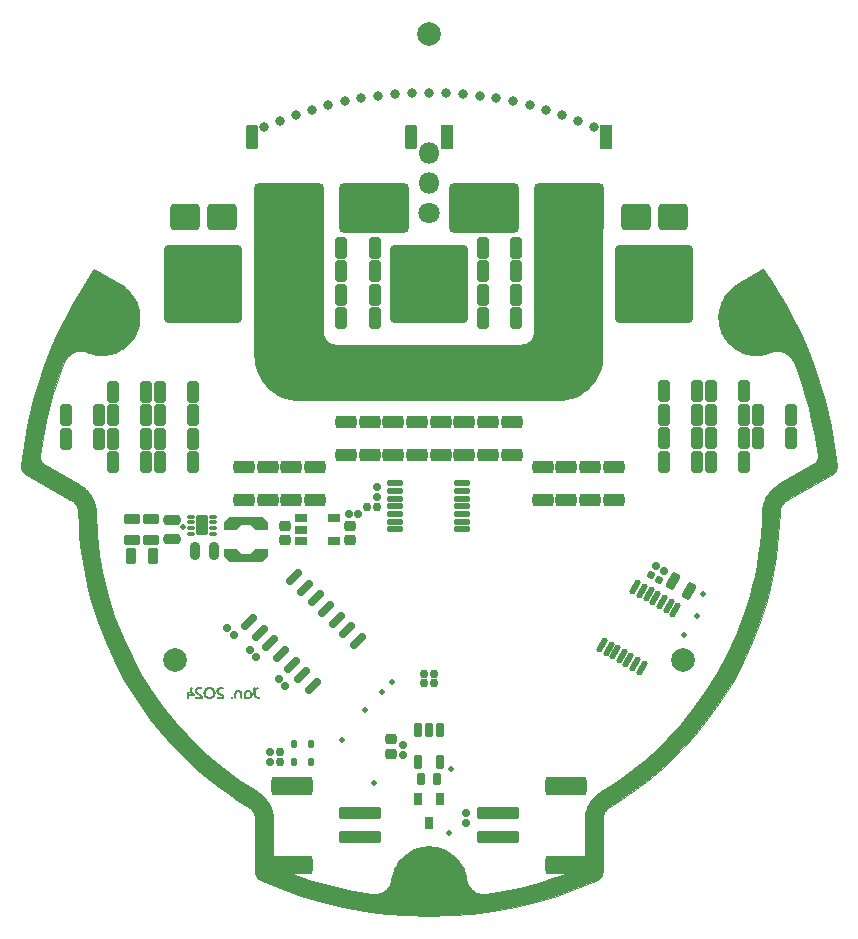
<source format=gbr>
%TF.GenerationSoftware,KiCad,Pcbnew,7.0.6*%
%TF.CreationDate,2024-01-03T21:31:42+01:00*%
%TF.ProjectId,amulet_controller,616d756c-6574-45f6-936f-6e74726f6c6c,1.0*%
%TF.SameCoordinates,PX6c3df60PY7735940*%
%TF.FileFunction,Soldermask,Bot*%
%TF.FilePolarity,Negative*%
%FSLAX46Y46*%
G04 Gerber Fmt 4.6, Leading zero omitted, Abs format (unit mm)*
G04 Created by KiCad (PCBNEW 7.0.6) date 2024-01-03 21:31:42*
%MOMM*%
%LPD*%
G01*
G04 APERTURE LIST*
G04 Aperture macros list*
%AMRoundRect*
0 Rectangle with rounded corners*
0 $1 Rounding radius*
0 $2 $3 $4 $5 $6 $7 $8 $9 X,Y pos of 4 corners*
0 Add a 4 corners polygon primitive as box body*
4,1,4,$2,$3,$4,$5,$6,$7,$8,$9,$2,$3,0*
0 Add four circle primitives for the rounded corners*
1,1,$1+$1,$2,$3*
1,1,$1+$1,$4,$5*
1,1,$1+$1,$6,$7*
1,1,$1+$1,$8,$9*
0 Add four rect primitives between the rounded corners*
20,1,$1+$1,$2,$3,$4,$5,0*
20,1,$1+$1,$4,$5,$6,$7,0*
20,1,$1+$1,$6,$7,$8,$9,0*
20,1,$1+$1,$8,$9,$2,$3,0*%
%AMFreePoly0*
4,1,23,0.785355,1.885355,0.800000,1.850000,0.800000,0.885000,0.785355,0.849645,0.785137,0.849428,0.350000,0.419609,0.350000,-0.419609,0.785137,-0.849428,0.799999,-0.884693,0.800000,-0.885000,0.800000,-1.850000,0.785355,-1.885355,0.750000,-1.900000,0.225000,-1.900000,0.189645,-1.885355,-0.335355,-1.360355,-0.350000,-1.325000,-0.350000,1.325000,-0.335355,1.360355,0.189645,1.885355,
0.225000,1.900000,0.750000,1.900000,0.785355,1.885355,0.785355,1.885355,$1*%
G04 Aperture macros list end*
%ADD10C,1.000000*%
%ADD11C,0.100000*%
%ADD12C,0.160000*%
%ADD13C,0.800000*%
%ADD14C,0.900000*%
%ADD15C,5.400000*%
%ADD16C,1.800000*%
%ADD17O,1.800000X1.800000*%
%ADD18RoundRect,0.375000X2.925000X2.925000X-2.925000X2.925000X-2.925000X-2.925000X2.925000X-2.925000X0*%
%ADD19RoundRect,0.375000X-2.925000X-2.925000X2.925000X-2.925000X2.925000X2.925000X-2.925000X2.925000X0*%
%ADD20RoundRect,0.200000X-0.150000X0.350000X-0.150000X-0.350000X0.150000X-0.350000X0.150000X0.350000X0*%
%ADD21RoundRect,0.256521X-0.268479X-0.643479X0.268479X-0.643479X0.268479X0.643479X-0.268479X0.643479X0*%
%ADD22RoundRect,0.180000X0.130000X-0.130000X0.130000X0.130000X-0.130000X0.130000X-0.130000X-0.130000X0*%
%ADD23RoundRect,0.300000X-1.500000X0.250000X-1.500000X-0.250000X1.500000X-0.250000X1.500000X0.250000X0*%
%ADD24RoundRect,0.300000X-1.450000X0.500000X-1.450000X-0.500000X1.450000X-0.500000X1.450000X0.500000X0*%
%ADD25C,0.499980*%
%ADD26RoundRect,0.256521X0.268479X0.643479X-0.268479X0.643479X-0.268479X-0.643479X0.268479X-0.643479X0*%
%ADD27RoundRect,0.187500X-0.137500X-0.137500X0.137500X-0.137500X0.137500X0.137500X-0.137500X0.137500X0*%
%ADD28RoundRect,0.372500X0.902500X0.752500X-0.902500X0.752500X-0.902500X-0.752500X0.902500X-0.752500X0*%
%ADD29RoundRect,0.237500X-0.462500X0.187500X-0.462500X-0.187500X0.462500X-0.187500X0.462500X0.187500X0*%
%ADD30FreePoly0,270.000000*%
%ADD31FreePoly0,90.000000*%
%ADD32RoundRect,0.256521X-0.643479X0.268479X-0.643479X-0.268479X0.643479X-0.268479X0.643479X0.268479X0*%
%ADD33RoundRect,0.225000X0.175000X0.500000X-0.175000X0.500000X-0.175000X-0.500000X0.175000X-0.500000X0*%
%ADD34RoundRect,0.200000X-0.350000X-0.150000X0.350000X-0.150000X0.350000X0.150000X-0.350000X0.150000X0*%
%ADD35RoundRect,0.465000X2.510000X1.660000X-2.510000X1.660000X-2.510000X-1.660000X2.510000X-1.660000X0*%
%ADD36RoundRect,0.050000X0.450000X1.000000X-0.450000X1.000000X-0.450000X-1.000000X0.450000X-1.000000X0*%
%ADD37RoundRect,0.187500X0.335876X0.530330X-0.530330X-0.335876X-0.335876X-0.530330X0.530330X0.335876X0*%
%ADD38RoundRect,0.187500X0.187828X0.050328X-0.050328X0.187828X-0.187828X-0.050328X0.050328X-0.187828X0*%
%ADD39RoundRect,0.237500X0.262500X-0.187500X0.262500X0.187500X-0.262500X0.187500X-0.262500X-0.187500X0*%
%ADD40RoundRect,0.180000X-0.130000X-0.130000X0.130000X-0.130000X0.130000X0.130000X-0.130000X0.130000X0*%
%ADD41RoundRect,0.150000X0.517500X0.100000X-0.517500X0.100000X-0.517500X-0.100000X0.517500X-0.100000X0*%
%ADD42RoundRect,0.140000X0.360000X0.910000X-0.360000X0.910000X-0.360000X-0.910000X0.360000X-0.910000X0*%
%ADD43C,2.000000*%
%ADD44RoundRect,0.150000X-0.100000X0.200000X-0.100000X-0.200000X0.100000X-0.200000X0.100000X0.200000X0*%
%ADD45RoundRect,0.180000X-0.183848X0.000000X0.000000X-0.183848X0.183848X0.000000X0.000000X0.183848X0*%
%ADD46RoundRect,0.187500X-0.194454X0.000000X0.000000X-0.194454X0.194454X0.000000X0.000000X0.194454X0*%
%ADD47RoundRect,0.212500X0.162500X0.287500X-0.162500X0.287500X-0.162500X-0.287500X0.162500X-0.287500X0*%
%ADD48RoundRect,0.187500X0.137500X0.137500X-0.137500X0.137500X-0.137500X-0.137500X0.137500X-0.137500X0*%
%ADD49RoundRect,0.237500X0.462500X-0.187500X0.462500X0.187500X-0.462500X0.187500X-0.462500X-0.187500X0*%
%ADD50RoundRect,0.225000X-0.500000X0.175000X-0.500000X-0.175000X0.500000X-0.175000X0.500000X0.175000X0*%
%ADD51RoundRect,0.187500X0.137500X-0.137500X0.137500X0.137500X-0.137500X0.137500X-0.137500X-0.137500X0*%
%ADD52RoundRect,0.150000X-0.172147X-0.498168X0.345353X0.398168X0.172147X0.498168X-0.345353X-0.398168X0*%
%ADD53RoundRect,0.112500X-0.187500X-0.062500X0.187500X-0.062500X0.187500X0.062500X-0.187500X0.062500X0*%
%ADD54RoundRect,0.140000X-0.360000X-0.710000X0.360000X-0.710000X0.360000X0.710000X-0.360000X0.710000X0*%
%ADD55RoundRect,0.372500X-0.902500X-0.752500X0.902500X-0.752500X0.902500X0.752500X-0.902500X0.752500X0*%
%ADD56RoundRect,0.225000X-0.401554X-0.345513X-0.098446X-0.520513X0.401554X0.345513X0.098446X0.520513X0*%
%ADD57RoundRect,0.200000X-0.150000X0.375000X-0.150000X-0.375000X0.150000X-0.375000X0.150000X0.375000X0*%
%ADD58RoundRect,0.300000X1.500000X-0.250000X1.500000X0.250000X-1.500000X0.250000X-1.500000X-0.250000X0*%
%ADD59RoundRect,0.300000X1.450000X-0.500000X1.450000X0.500000X-1.450000X0.500000X-1.450000X-0.500000X0*%
%ADD60RoundRect,0.237500X0.187500X0.462500X-0.187500X0.462500X-0.187500X-0.462500X0.187500X-0.462500X0*%
%ADD61RoundRect,0.180000X-0.130000X0.130000X-0.130000X-0.130000X0.130000X-0.130000X0.130000X0.130000X0*%
%ADD62RoundRect,0.180000X0.177583X0.047583X-0.047583X0.177583X-0.177583X-0.047583X0.047583X-0.177583X0*%
G04 APERTURE END LIST*
D10*
X42900400Y48179900D02*
G75*
G03*
X44400400Y49679900I0J1500000D01*
G01*
X25600400Y49679900D02*
G75*
G03*
X27100400Y48179900I1500000J0D01*
G01*
D11*
X63958763Y54117894D02*
X64562591Y53170256D01*
X65134547Y52205084D01*
X65674316Y51223213D01*
X66181602Y50225459D01*
X66656088Y49212642D01*
X67097474Y48185585D01*
X67505450Y47145111D01*
X67879710Y46092032D01*
X68219951Y45027185D01*
X68525863Y43951377D01*
X68797133Y42865441D01*
X69033465Y41770191D01*
X69234545Y40666444D01*
X69400067Y39555030D01*
X69529727Y38436764D01*
X69532940Y38385582D01*
X69532422Y38334792D01*
X69528264Y38284563D01*
X69520560Y38235074D01*
X69509387Y38186491D01*
X69494841Y38138993D01*
X69477012Y38092739D01*
X69455981Y38047918D01*
X69431836Y38004686D01*
X69404675Y37963222D01*
X69374577Y37923702D01*
X69341634Y37886294D01*
X69305934Y37851166D01*
X69267564Y37818494D01*
X69226614Y37788450D01*
X69183172Y37761207D01*
X65344883Y35545191D01*
X65308318Y35523275D01*
X65272637Y35500273D01*
X65237855Y35476214D01*
X65203997Y35451124D01*
X65171067Y35425034D01*
X65139089Y35397967D01*
X65108078Y35369955D01*
X65078047Y35341025D01*
X65049020Y35311204D01*
X65021008Y35280523D01*
X64994031Y35249002D01*
X64968098Y35216681D01*
X64943233Y35183574D01*
X64919449Y35149721D01*
X64896764Y35115143D01*
X64875195Y35079867D01*
X64854758Y35043930D01*
X64835465Y35007349D01*
X64817337Y34970154D01*
X64800393Y34932385D01*
X64784644Y34894051D01*
X64770109Y34855192D01*
X64756804Y34815833D01*
X64744749Y34776004D01*
X64733951Y34735726D01*
X64724435Y34695034D01*
X64716215Y34653951D01*
X64709308Y34612513D01*
X64703730Y34570739D01*
X64699495Y34528663D01*
X64696627Y34486305D01*
X64695133Y34443701D01*
X64598398Y32539201D01*
X64381777Y30658648D01*
X64048079Y28806892D01*
X63600094Y26988788D01*
X63040626Y25209178D01*
X62372471Y23472918D01*
X61598438Y21784857D01*
X60721321Y20149846D01*
X59743924Y18572729D01*
X58669039Y17058362D01*
X57499473Y15611595D01*
X56238025Y14237274D01*
X54887496Y12940249D01*
X53450683Y11725377D01*
X51930387Y10597503D01*
X50329410Y9561476D01*
X50293256Y9538880D01*
X50258012Y9515217D01*
X50223684Y9490506D01*
X50190298Y9464787D01*
X50157864Y9438085D01*
X50126396Y9410423D01*
X50095909Y9381835D01*
X50066428Y9352347D01*
X50037961Y9321989D01*
X50010526Y9290789D01*
X49984138Y9258772D01*
X49958818Y9225967D01*
X49934578Y9192403D01*
X49911429Y9158108D01*
X49868488Y9087441D01*
X49830121Y9014189D01*
X49812694Y8976665D01*
X49796457Y8938579D01*
X49781428Y8899960D01*
X49767622Y8860837D01*
X49755055Y8821235D01*
X49743745Y8781184D01*
X49733702Y8740714D01*
X49724949Y8699853D01*
X49717501Y8658624D01*
X49711370Y8617060D01*
X49706573Y8575191D01*
X49703129Y8533040D01*
X49701047Y8490635D01*
X49700353Y8448010D01*
X49700352Y4015977D01*
X49698483Y3964729D01*
X49692941Y3914240D01*
X49683832Y3864668D01*
X49671262Y3816186D01*
X49655337Y3768954D01*
X49636159Y3723125D01*
X49613834Y3678870D01*
X49588466Y3636347D01*
X49560162Y3595722D01*
X49529024Y3557157D01*
X49495158Y3520811D01*
X49458668Y3486851D01*
X49419661Y3455429D01*
X49378244Y3426720D01*
X49334511Y3400879D01*
X49288582Y3378074D01*
X47570547Y2656612D01*
X45825314Y2031351D01*
X44056766Y1502279D01*
X42268791Y1069403D01*
X40465275Y732722D01*
X38650103Y492236D01*
X36827157Y347945D01*
X35000328Y299848D01*
X33173502Y347947D01*
X31350556Y492237D01*
X29535385Y732724D01*
X27731870Y1069406D01*
X25943899Y1502283D01*
X24175357Y2031354D01*
X22430128Y2656618D01*
X20712101Y3378080D01*
X20688866Y3389098D01*
X20666167Y3400890D01*
X20644022Y3413438D01*
X20622439Y3426728D01*
X20601433Y3440731D01*
X20581022Y3455437D01*
X20561208Y3470819D01*
X20542016Y3486854D01*
X20523449Y3503529D01*
X20505528Y3520821D01*
X20488261Y3538704D01*
X20471663Y3557164D01*
X20455747Y3576183D01*
X20440528Y3595729D01*
X20426017Y3615796D01*
X20412227Y3636356D01*
X20399170Y3657388D01*
X20386863Y3678880D01*
X20375315Y3700800D01*
X20364544Y3723133D01*
X20354553Y3745858D01*
X20345363Y3768958D01*
X20336989Y3792409D01*
X20329440Y3816192D01*
X20322731Y3840286D01*
X20316876Y3864673D01*
X20311880Y3889330D01*
X20307770Y3914239D01*
X20304546Y3939378D01*
X20302226Y3964727D01*
X20300827Y3990270D01*
X20300358Y4015974D01*
X20300358Y8448011D01*
X20297582Y8533038D01*
X20289341Y8617062D01*
X20275759Y8699847D01*
X20256965Y8781184D01*
X20233087Y8860837D01*
X20204253Y8938581D01*
X20170590Y9014188D01*
X20132223Y9087442D01*
X20089284Y9158109D01*
X20041896Y9225967D01*
X19990191Y9290787D01*
X19934294Y9352350D01*
X19874332Y9410428D01*
X19810431Y9464788D01*
X19742722Y9515211D01*
X19671330Y9561476D01*
X18860930Y10067703D01*
X18070352Y10597503D01*
X17299944Y11150263D01*
X16550056Y11725378D01*
X15821040Y12322243D01*
X15113242Y12940252D01*
X14427016Y13578800D01*
X13762707Y14237275D01*
X12501260Y15611595D01*
X11331692Y17058363D01*
X10256806Y18572730D01*
X9279401Y20149847D01*
X8402283Y21784859D01*
X7628247Y23472921D01*
X6960090Y25209179D01*
X6400622Y26988788D01*
X6162518Y27893332D01*
X5952635Y28806894D01*
X5771321Y29728865D01*
X5618931Y30658648D01*
X5495810Y31595627D01*
X5402315Y32539201D01*
X5338780Y33488759D01*
X5305574Y34443701D01*
X5301209Y34528658D01*
X5291395Y34612510D01*
X5276262Y34695034D01*
X5255948Y34776002D01*
X5230587Y34855192D01*
X5200301Y34932383D01*
X5165229Y35007349D01*
X5125497Y35079869D01*
X5081243Y35149720D01*
X5032596Y35216679D01*
X4979685Y35280523D01*
X4922642Y35341025D01*
X4861602Y35397967D01*
X4796694Y35451124D01*
X4728048Y35500273D01*
X4655796Y35545191D01*
X817542Y37761205D01*
X795508Y37774467D01*
X774090Y37788450D01*
X753295Y37803134D01*
X733135Y37818494D01*
X713620Y37834512D01*
X694761Y37851165D01*
X676569Y37868435D01*
X659060Y37886294D01*
X642235Y37904722D01*
X626115Y37923703D01*
X610702Y37943210D01*
X596013Y37963226D01*
X582059Y37983725D01*
X568849Y38004687D01*
X556395Y38026089D01*
X544710Y38047912D01*
X533798Y38070137D01*
X523678Y38092739D01*
X514359Y38115695D01*
X505847Y38138989D01*
X498159Y38162589D01*
X491303Y38186487D01*
X485294Y38210655D01*
X480134Y38235069D01*
X475841Y38259711D01*
X472429Y38284560D01*
X469901Y38309590D01*
X468277Y38334784D01*
X467561Y38360119D01*
X467764Y38385574D01*
X468902Y38411127D01*
X470980Y38436757D01*
X600630Y39555021D01*
X766146Y40666436D01*
X967218Y41770182D01*
X1203545Y42865436D01*
X1474813Y43951376D01*
X1780721Y45027179D01*
X2120959Y46092030D01*
X2495221Y47145106D01*
X2903200Y48185581D01*
X3344583Y49212638D01*
X3819073Y50225455D01*
X4326360Y51223210D01*
X4866129Y52205082D01*
X5438085Y53170249D01*
X6041918Y54117895D01*
X6677311Y55047190D01*
X8887546Y53771128D01*
X9021466Y53689438D01*
X9150043Y53602216D01*
X9273199Y53509709D01*
X9390868Y53412144D01*
X9502971Y53309765D01*
X9609447Y53202806D01*
X9710209Y53091507D01*
X9805191Y52976106D01*
X9894324Y52856840D01*
X9977526Y52733943D01*
X10054735Y52607661D01*
X10125873Y52478229D01*
X10190868Y52345881D01*
X10249645Y52210854D01*
X10302140Y52073395D01*
X10348268Y51933728D01*
X10387970Y51792100D01*
X10421161Y51648752D01*
X10447774Y51503913D01*
X10467738Y51357826D01*
X10480980Y51210725D01*
X10487427Y51062852D01*
X10487001Y50914440D01*
X10479636Y50765731D01*
X10465259Y50616961D01*
X10443795Y50468369D01*
X10415173Y50320190D01*
X10379319Y50172665D01*
X10336161Y50026027D01*
X10285629Y49880519D01*
X10227647Y49736381D01*
X10162143Y49593843D01*
X10089835Y49454632D01*
X10011649Y49320376D01*
X9927807Y49191158D01*
X9838548Y49067073D01*
X9744105Y48948206D01*
X9644704Y48834643D01*
X9540584Y48726480D01*
X9431975Y48623797D01*
X9319107Y48526694D01*
X9202213Y48435251D01*
X9081530Y48349558D01*
X8957284Y48269704D01*
X8829709Y48195779D01*
X8699038Y48127873D01*
X8565501Y48066069D01*
X8429336Y48010460D01*
X8290770Y47961135D01*
X8150035Y47918182D01*
X8007365Y47881689D01*
X7862992Y47851745D01*
X7717149Y47828437D01*
X7570067Y47811861D01*
X7421976Y47802095D01*
X7273113Y47799234D01*
X7123706Y47803366D01*
X6973988Y47814581D01*
X6824194Y47832964D01*
X6674554Y47858603D01*
X6525307Y47891598D01*
X6376671Y47932023D01*
X6228888Y47979973D01*
X6082189Y48035534D01*
X6012133Y48062002D01*
X5941164Y48084848D01*
X5869415Y48104072D01*
X5797020Y48119682D01*
X5724117Y48131672D01*
X5650841Y48140044D01*
X5577327Y48144801D01*
X5503708Y48145944D01*
X5430123Y48143476D01*
X5356705Y48137393D01*
X5283592Y48127702D01*
X5210916Y48114404D01*
X5138814Y48097492D01*
X5067424Y48076978D01*
X4996877Y48052855D01*
X4927309Y48025128D01*
X4859213Y47993968D01*
X4793042Y47959610D01*
X4728896Y47922152D01*
X4666869Y47881682D01*
X4607051Y47838309D01*
X4549538Y47792121D01*
X4494434Y47743227D01*
X4441818Y47691712D01*
X4391795Y47637678D01*
X4344457Y47581223D01*
X4299898Y47522449D01*
X4258213Y47461443D01*
X4219497Y47398305D01*
X4183845Y47333134D01*
X4151346Y47266034D01*
X4122106Y47197093D01*
X3760894Y46239748D01*
X3429587Y45272430D01*
X3128354Y44295827D01*
X2857394Y43310649D01*
X2616872Y42317602D01*
X2406983Y41317382D01*
X2227900Y40310700D01*
X2079807Y39298256D01*
X2074598Y39242011D01*
X2073619Y39186110D01*
X2076770Y39130747D01*
X2083955Y39076126D01*
X2095074Y39022445D01*
X2110021Y38969914D01*
X2128708Y38918720D01*
X2151027Y38869074D01*
X2176882Y38821176D01*
X2206176Y38775220D01*
X2238806Y38731415D01*
X2274669Y38689958D01*
X2313672Y38651049D01*
X2355715Y38614893D01*
X2400696Y38581685D01*
X2448520Y38551633D01*
X5405826Y36844228D01*
X5484587Y36797023D01*
X5561438Y36747482D01*
X5636351Y36695664D01*
X5709288Y36641627D01*
X5780213Y36585430D01*
X5849092Y36527136D01*
X5915886Y36466803D01*
X5980564Y36404492D01*
X6043088Y36340264D01*
X6103424Y36274177D01*
X6161537Y36206291D01*
X6217386Y36136670D01*
X6270946Y36065370D01*
X6322172Y35992449D01*
X6371031Y35917978D01*
X6417490Y35842004D01*
X6461517Y35764594D01*
X6503065Y35685807D01*
X6542109Y35605698D01*
X6578610Y35524339D01*
X6612530Y35441781D01*
X6643841Y35358081D01*
X6672497Y35273309D01*
X6698471Y35187518D01*
X6721727Y35100770D01*
X6742221Y35013127D01*
X6759930Y34924644D01*
X6774812Y34835386D01*
X6786831Y34745413D01*
X6795952Y34654780D01*
X6802141Y34563553D01*
X6805363Y34471789D01*
X6897220Y32663474D01*
X7102906Y30877900D01*
X7419762Y29119668D01*
X7845125Y27393387D01*
X8376344Y25703659D01*
X9010755Y24055089D01*
X9745700Y22452285D01*
X10578522Y20899845D01*
X11506563Y19402383D01*
X12527158Y17964500D01*
X13637653Y16590801D01*
X14835395Y15285889D01*
X16117716Y14054374D01*
X17481962Y12900858D01*
X18925471Y11829944D01*
X20445591Y10846243D01*
X20523449Y10797574D01*
X20599359Y10746602D01*
X20673284Y10693389D01*
X20745195Y10637994D01*
X20815054Y10580479D01*
X20882826Y10520905D01*
X20948479Y10459332D01*
X21011978Y10395824D01*
X21073290Y10330434D01*
X21132374Y10263227D01*
X21189203Y10194267D01*
X21243741Y10123611D01*
X21295953Y10051320D01*
X21345805Y9977456D01*
X21438289Y9825249D01*
X21520922Y9667476D01*
X21558456Y9586652D01*
X21593427Y9504619D01*
X21625796Y9421439D01*
X21655529Y9337175D01*
X21682597Y9251878D01*
X21706956Y9165614D01*
X21728585Y9078450D01*
X21747437Y8990436D01*
X21763482Y8901638D01*
X21776690Y8812116D01*
X21787019Y8721934D01*
X21794440Y8631147D01*
X21798918Y8539820D01*
X21800419Y8448011D01*
X21800417Y5033198D01*
X21802538Y4976761D01*
X21808812Y4921199D01*
X21819108Y4866717D01*
X21833305Y4813486D01*
X21851278Y4761700D01*
X21872905Y4711544D01*
X21898057Y4663198D01*
X21926611Y4616860D01*
X21958449Y4572710D01*
X21993436Y4530935D01*
X22031459Y4491722D01*
X22072387Y4455257D01*
X22116095Y4421722D01*
X22162460Y4391313D01*
X22211358Y4364208D01*
X22262667Y4340595D01*
X23213495Y3962630D01*
X24174837Y3614380D01*
X25145988Y3296042D01*
X26126247Y3007814D01*
X27114916Y2749888D01*
X28111292Y2522454D01*
X29114674Y2325716D01*
X30124363Y2159861D01*
X30198693Y2150712D01*
X30273062Y2145303D01*
X30347330Y2143593D01*
X30421371Y2145551D01*
X30495050Y2151146D01*
X30568234Y2160346D01*
X30640801Y2173109D01*
X30712608Y2189415D01*
X30783531Y2209221D01*
X30853431Y2232495D01*
X30922187Y2259207D01*
X30989661Y2289322D01*
X31055718Y2322805D01*
X31120237Y2359627D01*
X31183079Y2399750D01*
X31244114Y2443145D01*
X31302903Y2489528D01*
X31359063Y2538562D01*
X31412524Y2590134D01*
X31463219Y2644121D01*
X31511076Y2700417D01*
X31556030Y2758893D01*
X31598006Y2819438D01*
X31636940Y2881935D01*
X31672762Y2946264D01*
X31705404Y3012316D01*
X31734792Y3079964D01*
X31760864Y3149102D01*
X31783545Y3219603D01*
X31802769Y3291353D01*
X31818466Y3364238D01*
X31830573Y3438142D01*
X31854382Y3585335D01*
X31884676Y3730014D01*
X31921292Y3872044D01*
X31964062Y4011280D01*
X32012830Y4147583D01*
X32067430Y4280808D01*
X32127692Y4410812D01*
X32193467Y4537460D01*
X32264582Y4660601D01*
X32340879Y4780101D01*
X32422190Y4895812D01*
X32508359Y5007594D01*
X32599217Y5115309D01*
X32694604Y5218812D01*
X32794356Y5317961D01*
X32898315Y5412613D01*
X33006313Y5502629D01*
X33118187Y5587864D01*
X33233778Y5668182D01*
X33352919Y5743432D01*
X33475450Y5813477D01*
X33601207Y5878179D01*
X33730025Y5937390D01*
X33861750Y5990973D01*
X33996208Y6038781D01*
X34133242Y6080676D01*
X34272687Y6116516D01*
X34414383Y6146156D01*
X34558167Y6169455D01*
X34703872Y6186274D01*
X34851337Y6196472D01*
X35000400Y6199900D01*
X35149465Y6196470D01*
X35296931Y6186274D01*
X35442637Y6169452D01*
X35586419Y6146155D01*
X35728114Y6116511D01*
X35867562Y6080676D01*
X36004596Y6038781D01*
X36139058Y5990973D01*
X36270776Y5937391D01*
X36399601Y5878179D01*
X36525360Y5813483D01*
X36647891Y5743432D01*
X36767034Y5668177D01*
X36882627Y5587867D01*
X36994502Y5502629D01*
X37102502Y5412613D01*
X37206459Y5317961D01*
X37306219Y5218813D01*
X37401607Y5115309D01*
X37492464Y5007596D01*
X37578634Y4895811D01*
X37659945Y4780102D01*
X37736243Y4660600D01*
X37807363Y4537458D01*
X37873136Y4410812D01*
X37933402Y4280810D01*
X37988002Y4147582D01*
X38036765Y4011278D01*
X38079539Y3872044D01*
X38116154Y3730015D01*
X38146450Y3585331D01*
X38170259Y3438145D01*
X38182363Y3364240D01*
X38198061Y3291357D01*
X38217285Y3219603D01*
X38239966Y3149102D01*
X38266034Y3079967D01*
X38295419Y3012316D01*
X38328060Y2946267D01*
X38363880Y2881935D01*
X38402812Y2819436D01*
X38444789Y2758892D01*
X38489741Y2700415D01*
X38537599Y2644122D01*
X38588295Y2590133D01*
X38641759Y2538562D01*
X38697920Y2489525D01*
X38756716Y2443141D01*
X38817754Y2399750D01*
X38880593Y2359626D01*
X38945107Y2322805D01*
X39011168Y2289324D01*
X39078642Y2259207D01*
X39147397Y2232496D01*
X39217295Y2209219D01*
X39288217Y2189415D01*
X39360020Y2173111D01*
X39432580Y2160344D01*
X39505762Y2151146D01*
X39579434Y2145550D01*
X39653465Y2143592D01*
X39727728Y2145301D01*
X39802085Y2150713D01*
X39876409Y2159858D01*
X40821649Y2314173D01*
X41761460Y2495564D01*
X42695263Y2703877D01*
X43622486Y2938963D01*
X44542548Y3200662D01*
X45454880Y3488825D01*
X46358897Y3803286D01*
X47254032Y4143901D01*
X47307013Y4166122D01*
X47358813Y4190195D01*
X47409394Y4216084D01*
X47458727Y4243734D01*
X47506783Y4273099D01*
X47553524Y4304133D01*
X47598919Y4336783D01*
X47642934Y4371005D01*
X47685538Y4406749D01*
X47726697Y4443966D01*
X47766378Y4482608D01*
X47804551Y4522629D01*
X47841180Y4563978D01*
X47876233Y4606608D01*
X47909679Y4650469D01*
X47941482Y4695519D01*
X47971613Y4741702D01*
X48000037Y4788973D01*
X48026721Y4837283D01*
X48051631Y4886588D01*
X48074744Y4936834D01*
X48096009Y4987974D01*
X48115410Y5039961D01*
X48132907Y5092747D01*
X48148469Y5146285D01*
X48162060Y5200528D01*
X48173653Y5255420D01*
X48183209Y5310921D01*
X48190700Y5366976D01*
X48196094Y5423543D01*
X48199351Y5480568D01*
X48200444Y5538011D01*
X48200446Y8448009D01*
X48206423Y8631145D01*
X48224170Y8812113D01*
X48253423Y8990431D01*
X48293899Y9165610D01*
X48345325Y9337169D01*
X48407427Y9504617D01*
X48479930Y9667468D01*
X48562561Y9825241D01*
X48655045Y9977448D01*
X48757107Y10123602D01*
X48868473Y10263220D01*
X48988871Y10395813D01*
X49118025Y10520901D01*
X49255655Y10637987D01*
X49401499Y10746595D01*
X49555270Y10846240D01*
X50324740Y11326902D01*
X51075389Y11829942D01*
X51806887Y12354787D01*
X52518900Y12900855D01*
X53211098Y13467579D01*
X53883144Y14054372D01*
X54534714Y14660665D01*
X55165466Y15285889D01*
X56363203Y16590799D01*
X57473702Y17964498D01*
X58494296Y19402381D01*
X59422337Y20899846D01*
X60255157Y22452282D01*
X60990099Y24055085D01*
X61624508Y25703657D01*
X62155719Y27393386D01*
X62381801Y28252245D01*
X62581084Y29119671D01*
X62753240Y29995077D01*
X62897935Y30877900D01*
X63014838Y31767558D01*
X63103613Y32663475D01*
X63163938Y33565077D01*
X63195469Y34471787D01*
X63204877Y34654778D01*
X63226023Y34835383D01*
X63258606Y35013123D01*
X63302360Y35187514D01*
X63356993Y35358076D01*
X63422223Y35524334D01*
X63497766Y35685801D01*
X63583341Y35842000D01*
X63678658Y35992446D01*
X63783444Y36136665D01*
X63897407Y36274172D01*
X64020267Y36404488D01*
X64151739Y36527133D01*
X64291545Y36641621D01*
X64439393Y36747482D01*
X64595006Y36844224D01*
X67552250Y38551634D01*
X67576510Y38566256D01*
X67600072Y38581689D01*
X67622922Y38597913D01*
X67645052Y38614896D01*
X67666445Y38632619D01*
X67687093Y38651054D01*
X67706977Y38670179D01*
X67726092Y38689963D01*
X67744425Y38710385D01*
X67761950Y38731420D01*
X67778676Y38753042D01*
X67794578Y38775227D01*
X67809643Y38797947D01*
X67823863Y38821184D01*
X67837224Y38844900D01*
X67849711Y38869080D01*
X67861319Y38893698D01*
X67872024Y38918728D01*
X67881827Y38944142D01*
X67890706Y38969918D01*
X67898651Y38996026D01*
X67905648Y39022453D01*
X67911693Y39049161D01*
X67916763Y39076130D01*
X67920852Y39103336D01*
X67923948Y39130750D01*
X67926028Y39158352D01*
X67927094Y39186115D01*
X67927126Y39214006D01*
X67926113Y39242014D01*
X67924042Y39270105D01*
X67920902Y39298253D01*
X67772813Y40310695D01*
X67593728Y41317379D01*
X67383837Y42317596D01*
X67143319Y43310651D01*
X66872353Y44295829D01*
X66571124Y45272433D01*
X66239816Y46239755D01*
X65878605Y47197095D01*
X65849365Y47266040D01*
X65816874Y47333143D01*
X65781225Y47398311D01*
X65742513Y47461446D01*
X65700833Y47522454D01*
X65656277Y47581233D01*
X65608941Y47637690D01*
X65558922Y47691722D01*
X65506311Y47743237D01*
X65451204Y47792137D01*
X65393698Y47838322D01*
X65333885Y47881694D01*
X65271857Y47922163D01*
X65207716Y47959621D01*
X65141553Y47993983D01*
X65073458Y48025144D01*
X65003893Y48052869D01*
X64933344Y48076990D01*
X64861950Y48097503D01*
X64789846Y48114414D01*
X64717167Y48127715D01*
X64644046Y48137406D01*
X64570624Y48143483D01*
X64497032Y48145955D01*
X64423408Y48144810D01*
X64349887Y48140053D01*
X64276609Y48131678D01*
X64203700Y48119687D01*
X64131298Y48104079D01*
X64059547Y48084849D01*
X63988576Y48062003D01*
X63918522Y48035533D01*
X63771822Y47979968D01*
X63624038Y47932018D01*
X63475406Y47891592D01*
X63326152Y47858602D01*
X63176510Y47832959D01*
X63026716Y47814576D01*
X62877001Y47803365D01*
X62727592Y47799230D01*
X62578724Y47802090D01*
X62430636Y47811855D01*
X62283552Y47828434D01*
X62137704Y47851741D01*
X61993334Y47881683D01*
X61850662Y47918175D01*
X61709923Y47961132D01*
X61571356Y48010454D01*
X61435189Y48066064D01*
X61301652Y48127867D01*
X61170980Y48195774D01*
X61043404Y48269698D01*
X60919157Y48349553D01*
X60798471Y48435245D01*
X60681577Y48526687D01*
X60568711Y48623794D01*
X60460098Y48726475D01*
X60355978Y48834640D01*
X60256577Y48948200D01*
X60162134Y49067070D01*
X60072873Y49191154D01*
X59989031Y49320371D01*
X59910840Y49454629D01*
X59838535Y49593840D01*
X59773032Y49736378D01*
X59715050Y49880520D01*
X59664517Y50026027D01*
X59621360Y50172663D01*
X59585508Y50320189D01*
X59556888Y50468364D01*
X59535422Y50616962D01*
X59521046Y50765730D01*
X59513683Y50914439D01*
X59513262Y51062852D01*
X59519707Y51210726D01*
X59532949Y51357824D01*
X59552914Y51503913D01*
X59579528Y51648750D01*
X59612725Y51792102D01*
X59652424Y51933730D01*
X59698556Y52073394D01*
X59751047Y52210860D01*
X59809830Y52345880D01*
X59874827Y52478230D01*
X59945967Y52607665D01*
X60023176Y52733946D01*
X60106383Y52856842D01*
X60195513Y52976107D01*
X60290498Y53091506D01*
X60391262Y53202805D01*
X60497731Y53309762D01*
X60609839Y53412147D01*
X60727509Y53509710D01*
X60850667Y53602219D01*
X60979241Y53689436D01*
X61113164Y53771127D01*
X63323370Y55047197D01*
X63958763Y54117894D01*
G36*
X63958763Y54117894D02*
G01*
X64562591Y53170256D01*
X65134547Y52205084D01*
X65674316Y51223213D01*
X66181602Y50225459D01*
X66656088Y49212642D01*
X67097474Y48185585D01*
X67505450Y47145111D01*
X67879710Y46092032D01*
X68219951Y45027185D01*
X68525863Y43951377D01*
X68797133Y42865441D01*
X69033465Y41770191D01*
X69234545Y40666444D01*
X69400067Y39555030D01*
X69529727Y38436764D01*
X69532940Y38385582D01*
X69532422Y38334792D01*
X69528264Y38284563D01*
X69520560Y38235074D01*
X69509387Y38186491D01*
X69494841Y38138993D01*
X69477012Y38092739D01*
X69455981Y38047918D01*
X69431836Y38004686D01*
X69404675Y37963222D01*
X69374577Y37923702D01*
X69341634Y37886294D01*
X69305934Y37851166D01*
X69267564Y37818494D01*
X69226614Y37788450D01*
X69183172Y37761207D01*
X65344883Y35545191D01*
X65308318Y35523275D01*
X65272637Y35500273D01*
X65237855Y35476214D01*
X65203997Y35451124D01*
X65171067Y35425034D01*
X65139089Y35397967D01*
X65108078Y35369955D01*
X65078047Y35341025D01*
X65049020Y35311204D01*
X65021008Y35280523D01*
X64994031Y35249002D01*
X64968098Y35216681D01*
X64943233Y35183574D01*
X64919449Y35149721D01*
X64896764Y35115143D01*
X64875195Y35079867D01*
X64854758Y35043930D01*
X64835465Y35007349D01*
X64817337Y34970154D01*
X64800393Y34932385D01*
X64784644Y34894051D01*
X64770109Y34855192D01*
X64756804Y34815833D01*
X64744749Y34776004D01*
X64733951Y34735726D01*
X64724435Y34695034D01*
X64716215Y34653951D01*
X64709308Y34612513D01*
X64703730Y34570739D01*
X64699495Y34528663D01*
X64696627Y34486305D01*
X64695133Y34443701D01*
X64598398Y32539201D01*
X64381777Y30658648D01*
X64048079Y28806892D01*
X63600094Y26988788D01*
X63040626Y25209178D01*
X62372471Y23472918D01*
X61598438Y21784857D01*
X60721321Y20149846D01*
X59743924Y18572729D01*
X58669039Y17058362D01*
X57499473Y15611595D01*
X56238025Y14237274D01*
X54887496Y12940249D01*
X53450683Y11725377D01*
X51930387Y10597503D01*
X50329410Y9561476D01*
X50293256Y9538880D01*
X50258012Y9515217D01*
X50223684Y9490506D01*
X50190298Y9464787D01*
X50157864Y9438085D01*
X50126396Y9410423D01*
X50095909Y9381835D01*
X50066428Y9352347D01*
X50037961Y9321989D01*
X50010526Y9290789D01*
X49984138Y9258772D01*
X49958818Y9225967D01*
X49934578Y9192403D01*
X49911429Y9158108D01*
X49868488Y9087441D01*
X49830121Y9014189D01*
X49812694Y8976665D01*
X49796457Y8938579D01*
X49781428Y8899960D01*
X49767622Y8860837D01*
X49755055Y8821235D01*
X49743745Y8781184D01*
X49733702Y8740714D01*
X49724949Y8699853D01*
X49717501Y8658624D01*
X49711370Y8617060D01*
X49706573Y8575191D01*
X49703129Y8533040D01*
X49701047Y8490635D01*
X49700353Y8448010D01*
X49700352Y4015977D01*
X49698483Y3964729D01*
X49692941Y3914240D01*
X49683832Y3864668D01*
X49671262Y3816186D01*
X49655337Y3768954D01*
X49636159Y3723125D01*
X49613834Y3678870D01*
X49588466Y3636347D01*
X49560162Y3595722D01*
X49529024Y3557157D01*
X49495158Y3520811D01*
X49458668Y3486851D01*
X49419661Y3455429D01*
X49378244Y3426720D01*
X49334511Y3400879D01*
X49288582Y3378074D01*
X47570547Y2656612D01*
X45825314Y2031351D01*
X44056766Y1502279D01*
X42268791Y1069403D01*
X40465275Y732722D01*
X38650103Y492236D01*
X36827157Y347945D01*
X35000328Y299848D01*
X33173502Y347947D01*
X31350556Y492237D01*
X29535385Y732724D01*
X27731870Y1069406D01*
X25943899Y1502283D01*
X24175357Y2031354D01*
X22430128Y2656618D01*
X20712101Y3378080D01*
X20688866Y3389098D01*
X20666167Y3400890D01*
X20644022Y3413438D01*
X20622439Y3426728D01*
X20601433Y3440731D01*
X20581022Y3455437D01*
X20561208Y3470819D01*
X20542016Y3486854D01*
X20523449Y3503529D01*
X20505528Y3520821D01*
X20488261Y3538704D01*
X20471663Y3557164D01*
X20455747Y3576183D01*
X20440528Y3595729D01*
X20426017Y3615796D01*
X20412227Y3636356D01*
X20399170Y3657388D01*
X20386863Y3678880D01*
X20375315Y3700800D01*
X20364544Y3723133D01*
X20354553Y3745858D01*
X20345363Y3768958D01*
X20336989Y3792409D01*
X20329440Y3816192D01*
X20322731Y3840286D01*
X20316876Y3864673D01*
X20311880Y3889330D01*
X20307770Y3914239D01*
X20304546Y3939378D01*
X20302226Y3964727D01*
X20300827Y3990270D01*
X20300358Y4015974D01*
X20300358Y8448011D01*
X20297582Y8533038D01*
X20289341Y8617062D01*
X20275759Y8699847D01*
X20256965Y8781184D01*
X20233087Y8860837D01*
X20204253Y8938581D01*
X20170590Y9014188D01*
X20132223Y9087442D01*
X20089284Y9158109D01*
X20041896Y9225967D01*
X19990191Y9290787D01*
X19934294Y9352350D01*
X19874332Y9410428D01*
X19810431Y9464788D01*
X19742722Y9515211D01*
X19671330Y9561476D01*
X18860930Y10067703D01*
X18070352Y10597503D01*
X17299944Y11150263D01*
X16550056Y11725378D01*
X15821040Y12322243D01*
X15113242Y12940252D01*
X14427016Y13578800D01*
X13762707Y14237275D01*
X12501260Y15611595D01*
X11331692Y17058363D01*
X10256806Y18572730D01*
X9279401Y20149847D01*
X8402283Y21784859D01*
X7628247Y23472921D01*
X6960090Y25209179D01*
X6400622Y26988788D01*
X6162518Y27893332D01*
X5952635Y28806894D01*
X5771321Y29728865D01*
X5618931Y30658648D01*
X5495810Y31595627D01*
X5402315Y32539201D01*
X5338780Y33488759D01*
X5305574Y34443701D01*
X5301209Y34528658D01*
X5291395Y34612510D01*
X5276262Y34695034D01*
X5255948Y34776002D01*
X5230587Y34855192D01*
X5200301Y34932383D01*
X5165229Y35007349D01*
X5125497Y35079869D01*
X5081243Y35149720D01*
X5032596Y35216679D01*
X4979685Y35280523D01*
X4922642Y35341025D01*
X4861602Y35397967D01*
X4796694Y35451124D01*
X4728048Y35500273D01*
X4655796Y35545191D01*
X817542Y37761205D01*
X795508Y37774467D01*
X774090Y37788450D01*
X753295Y37803134D01*
X733135Y37818494D01*
X713620Y37834512D01*
X694761Y37851165D01*
X676569Y37868435D01*
X659060Y37886294D01*
X642235Y37904722D01*
X626115Y37923703D01*
X610702Y37943210D01*
X596013Y37963226D01*
X582059Y37983725D01*
X568849Y38004687D01*
X556395Y38026089D01*
X544710Y38047912D01*
X533798Y38070137D01*
X523678Y38092739D01*
X514359Y38115695D01*
X505847Y38138989D01*
X498159Y38162589D01*
X491303Y38186487D01*
X485294Y38210655D01*
X480134Y38235069D01*
X475841Y38259711D01*
X472429Y38284560D01*
X469901Y38309590D01*
X468277Y38334784D01*
X467561Y38360119D01*
X467764Y38385574D01*
X468902Y38411127D01*
X470980Y38436757D01*
X600630Y39555021D01*
X766146Y40666436D01*
X967218Y41770182D01*
X1203545Y42865436D01*
X1474813Y43951376D01*
X1780721Y45027179D01*
X2120959Y46092030D01*
X2495221Y47145106D01*
X2903200Y48185581D01*
X3344583Y49212638D01*
X3819073Y50225455D01*
X4326360Y51223210D01*
X4866129Y52205082D01*
X5438085Y53170249D01*
X6041918Y54117895D01*
X6677311Y55047190D01*
X8887546Y53771128D01*
X9021466Y53689438D01*
X9150043Y53602216D01*
X9273199Y53509709D01*
X9390868Y53412144D01*
X9502971Y53309765D01*
X9609447Y53202806D01*
X9710209Y53091507D01*
X9805191Y52976106D01*
X9894324Y52856840D01*
X9977526Y52733943D01*
X10054735Y52607661D01*
X10125873Y52478229D01*
X10190868Y52345881D01*
X10249645Y52210854D01*
X10302140Y52073395D01*
X10348268Y51933728D01*
X10387970Y51792100D01*
X10421161Y51648752D01*
X10447774Y51503913D01*
X10467738Y51357826D01*
X10480980Y51210725D01*
X10487427Y51062852D01*
X10487001Y50914440D01*
X10479636Y50765731D01*
X10465259Y50616961D01*
X10443795Y50468369D01*
X10415173Y50320190D01*
X10379319Y50172665D01*
X10336161Y50026027D01*
X10285629Y49880519D01*
X10227647Y49736381D01*
X10162143Y49593843D01*
X10089835Y49454632D01*
X10011649Y49320376D01*
X9927807Y49191158D01*
X9838548Y49067073D01*
X9744105Y48948206D01*
X9644704Y48834643D01*
X9540584Y48726480D01*
X9431975Y48623797D01*
X9319107Y48526694D01*
X9202213Y48435251D01*
X9081530Y48349558D01*
X8957284Y48269704D01*
X8829709Y48195779D01*
X8699038Y48127873D01*
X8565501Y48066069D01*
X8429336Y48010460D01*
X8290770Y47961135D01*
X8150035Y47918182D01*
X8007365Y47881689D01*
X7862992Y47851745D01*
X7717149Y47828437D01*
X7570067Y47811861D01*
X7421976Y47802095D01*
X7273113Y47799234D01*
X7123706Y47803366D01*
X6973988Y47814581D01*
X6824194Y47832964D01*
X6674554Y47858603D01*
X6525307Y47891598D01*
X6376671Y47932023D01*
X6228888Y47979973D01*
X6082189Y48035534D01*
X6012133Y48062002D01*
X5941164Y48084848D01*
X5869415Y48104072D01*
X5797020Y48119682D01*
X5724117Y48131672D01*
X5650841Y48140044D01*
X5577327Y48144801D01*
X5503708Y48145944D01*
X5430123Y48143476D01*
X5356705Y48137393D01*
X5283592Y48127702D01*
X5210916Y48114404D01*
X5138814Y48097492D01*
X5067424Y48076978D01*
X4996877Y48052855D01*
X4927309Y48025128D01*
X4859213Y47993968D01*
X4793042Y47959610D01*
X4728896Y47922152D01*
X4666869Y47881682D01*
X4607051Y47838309D01*
X4549538Y47792121D01*
X4494434Y47743227D01*
X4441818Y47691712D01*
X4391795Y47637678D01*
X4344457Y47581223D01*
X4299898Y47522449D01*
X4258213Y47461443D01*
X4219497Y47398305D01*
X4183845Y47333134D01*
X4151346Y47266034D01*
X4122106Y47197093D01*
X3760894Y46239748D01*
X3429587Y45272430D01*
X3128354Y44295827D01*
X2857394Y43310649D01*
X2616872Y42317602D01*
X2406983Y41317382D01*
X2227900Y40310700D01*
X2079807Y39298256D01*
X2074598Y39242011D01*
X2073619Y39186110D01*
X2076770Y39130747D01*
X2083955Y39076126D01*
X2095074Y39022445D01*
X2110021Y38969914D01*
X2128708Y38918720D01*
X2151027Y38869074D01*
X2176882Y38821176D01*
X2206176Y38775220D01*
X2238806Y38731415D01*
X2274669Y38689958D01*
X2313672Y38651049D01*
X2355715Y38614893D01*
X2400696Y38581685D01*
X2448520Y38551633D01*
X5405826Y36844228D01*
X5484587Y36797023D01*
X5561438Y36747482D01*
X5636351Y36695664D01*
X5709288Y36641627D01*
X5780213Y36585430D01*
X5849092Y36527136D01*
X5915886Y36466803D01*
X5980564Y36404492D01*
X6043088Y36340264D01*
X6103424Y36274177D01*
X6161537Y36206291D01*
X6217386Y36136670D01*
X6270946Y36065370D01*
X6322172Y35992449D01*
X6371031Y35917978D01*
X6417490Y35842004D01*
X6461517Y35764594D01*
X6503065Y35685807D01*
X6542109Y35605698D01*
X6578610Y35524339D01*
X6612530Y35441781D01*
X6643841Y35358081D01*
X6672497Y35273309D01*
X6698471Y35187518D01*
X6721727Y35100770D01*
X6742221Y35013127D01*
X6759930Y34924644D01*
X6774812Y34835386D01*
X6786831Y34745413D01*
X6795952Y34654780D01*
X6802141Y34563553D01*
X6805363Y34471789D01*
X6897220Y32663474D01*
X7102906Y30877900D01*
X7419762Y29119668D01*
X7845125Y27393387D01*
X8376344Y25703659D01*
X9010755Y24055089D01*
X9745700Y22452285D01*
X10578522Y20899845D01*
X11506563Y19402383D01*
X12527158Y17964500D01*
X13637653Y16590801D01*
X14835395Y15285889D01*
X16117716Y14054374D01*
X17481962Y12900858D01*
X18925471Y11829944D01*
X20445591Y10846243D01*
X20523449Y10797574D01*
X20599359Y10746602D01*
X20673284Y10693389D01*
X20745195Y10637994D01*
X20815054Y10580479D01*
X20882826Y10520905D01*
X20948479Y10459332D01*
X21011978Y10395824D01*
X21073290Y10330434D01*
X21132374Y10263227D01*
X21189203Y10194267D01*
X21243741Y10123611D01*
X21295953Y10051320D01*
X21345805Y9977456D01*
X21438289Y9825249D01*
X21520922Y9667476D01*
X21558456Y9586652D01*
X21593427Y9504619D01*
X21625796Y9421439D01*
X21655529Y9337175D01*
X21682597Y9251878D01*
X21706956Y9165614D01*
X21728585Y9078450D01*
X21747437Y8990436D01*
X21763482Y8901638D01*
X21776690Y8812116D01*
X21787019Y8721934D01*
X21794440Y8631147D01*
X21798918Y8539820D01*
X21800419Y8448011D01*
X21800417Y5033198D01*
X21802538Y4976761D01*
X21808812Y4921199D01*
X21819108Y4866717D01*
X21833305Y4813486D01*
X21851278Y4761700D01*
X21872905Y4711544D01*
X21898057Y4663198D01*
X21926611Y4616860D01*
X21958449Y4572710D01*
X21993436Y4530935D01*
X22031459Y4491722D01*
X22072387Y4455257D01*
X22116095Y4421722D01*
X22162460Y4391313D01*
X22211358Y4364208D01*
X22262667Y4340595D01*
X23213495Y3962630D01*
X24174837Y3614380D01*
X25145988Y3296042D01*
X26126247Y3007814D01*
X27114916Y2749888D01*
X28111292Y2522454D01*
X29114674Y2325716D01*
X30124363Y2159861D01*
X30198693Y2150712D01*
X30273062Y2145303D01*
X30347330Y2143593D01*
X30421371Y2145551D01*
X30495050Y2151146D01*
X30568234Y2160346D01*
X30640801Y2173109D01*
X30712608Y2189415D01*
X30783531Y2209221D01*
X30853431Y2232495D01*
X30922187Y2259207D01*
X30989661Y2289322D01*
X31055718Y2322805D01*
X31120237Y2359627D01*
X31183079Y2399750D01*
X31244114Y2443145D01*
X31302903Y2489528D01*
X31359063Y2538562D01*
X31412524Y2590134D01*
X31463219Y2644121D01*
X31511076Y2700417D01*
X31556030Y2758893D01*
X31598006Y2819438D01*
X31636940Y2881935D01*
X31672762Y2946264D01*
X31705404Y3012316D01*
X31734792Y3079964D01*
X31760864Y3149102D01*
X31783545Y3219603D01*
X31802769Y3291353D01*
X31818466Y3364238D01*
X31830573Y3438142D01*
X31854382Y3585335D01*
X31884676Y3730014D01*
X31921292Y3872044D01*
X31964062Y4011280D01*
X32012830Y4147583D01*
X32067430Y4280808D01*
X32127692Y4410812D01*
X32193467Y4537460D01*
X32264582Y4660601D01*
X32340879Y4780101D01*
X32422190Y4895812D01*
X32508359Y5007594D01*
X32599217Y5115309D01*
X32694604Y5218812D01*
X32794356Y5317961D01*
X32898315Y5412613D01*
X33006313Y5502629D01*
X33118187Y5587864D01*
X33233778Y5668182D01*
X33352919Y5743432D01*
X33475450Y5813477D01*
X33601207Y5878179D01*
X33730025Y5937390D01*
X33861750Y5990973D01*
X33996208Y6038781D01*
X34133242Y6080676D01*
X34272687Y6116516D01*
X34414383Y6146156D01*
X34558167Y6169455D01*
X34703872Y6186274D01*
X34851337Y6196472D01*
X35000400Y6199900D01*
X35149465Y6196470D01*
X35296931Y6186274D01*
X35442637Y6169452D01*
X35586419Y6146155D01*
X35728114Y6116511D01*
X35867562Y6080676D01*
X36004596Y6038781D01*
X36139058Y5990973D01*
X36270776Y5937391D01*
X36399601Y5878179D01*
X36525360Y5813483D01*
X36647891Y5743432D01*
X36767034Y5668177D01*
X36882627Y5587867D01*
X36994502Y5502629D01*
X37102502Y5412613D01*
X37206459Y5317961D01*
X37306219Y5218813D01*
X37401607Y5115309D01*
X37492464Y5007596D01*
X37578634Y4895811D01*
X37659945Y4780102D01*
X37736243Y4660600D01*
X37807363Y4537458D01*
X37873136Y4410812D01*
X37933402Y4280810D01*
X37988002Y4147582D01*
X38036765Y4011278D01*
X38079539Y3872044D01*
X38116154Y3730015D01*
X38146450Y3585331D01*
X38170259Y3438145D01*
X38182363Y3364240D01*
X38198061Y3291357D01*
X38217285Y3219603D01*
X38239966Y3149102D01*
X38266034Y3079967D01*
X38295419Y3012316D01*
X38328060Y2946267D01*
X38363880Y2881935D01*
X38402812Y2819436D01*
X38444789Y2758892D01*
X38489741Y2700415D01*
X38537599Y2644122D01*
X38588295Y2590133D01*
X38641759Y2538562D01*
X38697920Y2489525D01*
X38756716Y2443141D01*
X38817754Y2399750D01*
X38880593Y2359626D01*
X38945107Y2322805D01*
X39011168Y2289324D01*
X39078642Y2259207D01*
X39147397Y2232496D01*
X39217295Y2209219D01*
X39288217Y2189415D01*
X39360020Y2173111D01*
X39432580Y2160344D01*
X39505762Y2151146D01*
X39579434Y2145550D01*
X39653465Y2143592D01*
X39727728Y2145301D01*
X39802085Y2150713D01*
X39876409Y2159858D01*
X40821649Y2314173D01*
X41761460Y2495564D01*
X42695263Y2703877D01*
X43622486Y2938963D01*
X44542548Y3200662D01*
X45454880Y3488825D01*
X46358897Y3803286D01*
X47254032Y4143901D01*
X47307013Y4166122D01*
X47358813Y4190195D01*
X47409394Y4216084D01*
X47458727Y4243734D01*
X47506783Y4273099D01*
X47553524Y4304133D01*
X47598919Y4336783D01*
X47642934Y4371005D01*
X47685538Y4406749D01*
X47726697Y4443966D01*
X47766378Y4482608D01*
X47804551Y4522629D01*
X47841180Y4563978D01*
X47876233Y4606608D01*
X47909679Y4650469D01*
X47941482Y4695519D01*
X47971613Y4741702D01*
X48000037Y4788973D01*
X48026721Y4837283D01*
X48051631Y4886588D01*
X48074744Y4936834D01*
X48096009Y4987974D01*
X48115410Y5039961D01*
X48132907Y5092747D01*
X48148469Y5146285D01*
X48162060Y5200528D01*
X48173653Y5255420D01*
X48183209Y5310921D01*
X48190700Y5366976D01*
X48196094Y5423543D01*
X48199351Y5480568D01*
X48200444Y5538011D01*
X48200446Y8448009D01*
X48206423Y8631145D01*
X48224170Y8812113D01*
X48253423Y8990431D01*
X48293899Y9165610D01*
X48345325Y9337169D01*
X48407427Y9504617D01*
X48479930Y9667468D01*
X48562561Y9825241D01*
X48655045Y9977448D01*
X48757107Y10123602D01*
X48868473Y10263220D01*
X48988871Y10395813D01*
X49118025Y10520901D01*
X49255655Y10637987D01*
X49401499Y10746595D01*
X49555270Y10846240D01*
X50324740Y11326902D01*
X51075389Y11829942D01*
X51806887Y12354787D01*
X52518900Y12900855D01*
X53211098Y13467579D01*
X53883144Y14054372D01*
X54534714Y14660665D01*
X55165466Y15285889D01*
X56363203Y16590799D01*
X57473702Y17964498D01*
X58494296Y19402381D01*
X59422337Y20899846D01*
X60255157Y22452282D01*
X60990099Y24055085D01*
X61624508Y25703657D01*
X62155719Y27393386D01*
X62381801Y28252245D01*
X62581084Y29119671D01*
X62753240Y29995077D01*
X62897935Y30877900D01*
X63014838Y31767558D01*
X63103613Y32663475D01*
X63163938Y33565077D01*
X63195469Y34471787D01*
X63204877Y34654778D01*
X63226023Y34835383D01*
X63258606Y35013123D01*
X63302360Y35187514D01*
X63356993Y35358076D01*
X63422223Y35524334D01*
X63497766Y35685801D01*
X63583341Y35842000D01*
X63678658Y35992446D01*
X63783444Y36136665D01*
X63897407Y36274172D01*
X64020267Y36404488D01*
X64151739Y36527133D01*
X64291545Y36641621D01*
X64439393Y36747482D01*
X64595006Y36844224D01*
X67552250Y38551634D01*
X67576510Y38566256D01*
X67600072Y38581689D01*
X67622922Y38597913D01*
X67645052Y38614896D01*
X67666445Y38632619D01*
X67687093Y38651054D01*
X67706977Y38670179D01*
X67726092Y38689963D01*
X67744425Y38710385D01*
X67761950Y38731420D01*
X67778676Y38753042D01*
X67794578Y38775227D01*
X67809643Y38797947D01*
X67823863Y38821184D01*
X67837224Y38844900D01*
X67849711Y38869080D01*
X67861319Y38893698D01*
X67872024Y38918728D01*
X67881827Y38944142D01*
X67890706Y38969918D01*
X67898651Y38996026D01*
X67905648Y39022453D01*
X67911693Y39049161D01*
X67916763Y39076130D01*
X67920852Y39103336D01*
X67923948Y39130750D01*
X67926028Y39158352D01*
X67927094Y39186115D01*
X67927126Y39214006D01*
X67926113Y39242014D01*
X67924042Y39270105D01*
X67920902Y39298253D01*
X67772813Y40310695D01*
X67593728Y41317379D01*
X67383837Y42317596D01*
X67143319Y43310651D01*
X66872353Y44295829D01*
X66571124Y45272433D01*
X66239816Y46239755D01*
X65878605Y47197095D01*
X65849365Y47266040D01*
X65816874Y47333143D01*
X65781225Y47398311D01*
X65742513Y47461446D01*
X65700833Y47522454D01*
X65656277Y47581233D01*
X65608941Y47637690D01*
X65558922Y47691722D01*
X65506311Y47743237D01*
X65451204Y47792137D01*
X65393698Y47838322D01*
X65333885Y47881694D01*
X65271857Y47922163D01*
X65207716Y47959621D01*
X65141553Y47993983D01*
X65073458Y48025144D01*
X65003893Y48052869D01*
X64933344Y48076990D01*
X64861950Y48097503D01*
X64789846Y48114414D01*
X64717167Y48127715D01*
X64644046Y48137406D01*
X64570624Y48143483D01*
X64497032Y48145955D01*
X64423408Y48144810D01*
X64349887Y48140053D01*
X64276609Y48131678D01*
X64203700Y48119687D01*
X64131298Y48104079D01*
X64059547Y48084849D01*
X63988576Y48062003D01*
X63918522Y48035533D01*
X63771822Y47979968D01*
X63624038Y47932018D01*
X63475406Y47891592D01*
X63326152Y47858602D01*
X63176510Y47832959D01*
X63026716Y47814576D01*
X62877001Y47803365D01*
X62727592Y47799230D01*
X62578724Y47802090D01*
X62430636Y47811855D01*
X62283552Y47828434D01*
X62137704Y47851741D01*
X61993334Y47881683D01*
X61850662Y47918175D01*
X61709923Y47961132D01*
X61571356Y48010454D01*
X61435189Y48066064D01*
X61301652Y48127867D01*
X61170980Y48195774D01*
X61043404Y48269698D01*
X60919157Y48349553D01*
X60798471Y48435245D01*
X60681577Y48526687D01*
X60568711Y48623794D01*
X60460098Y48726475D01*
X60355978Y48834640D01*
X60256577Y48948200D01*
X60162134Y49067070D01*
X60072873Y49191154D01*
X59989031Y49320371D01*
X59910840Y49454629D01*
X59838535Y49593840D01*
X59773032Y49736378D01*
X59715050Y49880520D01*
X59664517Y50026027D01*
X59621360Y50172663D01*
X59585508Y50320189D01*
X59556888Y50468364D01*
X59535422Y50616962D01*
X59521046Y50765730D01*
X59513683Y50914439D01*
X59513262Y51062852D01*
X59519707Y51210726D01*
X59532949Y51357824D01*
X59552914Y51503913D01*
X59579528Y51648750D01*
X59612725Y51792102D01*
X59652424Y51933730D01*
X59698556Y52073394D01*
X59751047Y52210860D01*
X59809830Y52345880D01*
X59874827Y52478230D01*
X59945967Y52607665D01*
X60023176Y52733946D01*
X60106383Y52856842D01*
X60195513Y52976107D01*
X60290498Y53091506D01*
X60391262Y53202805D01*
X60497731Y53309762D01*
X60609839Y53412147D01*
X60727509Y53509710D01*
X60850667Y53602219D01*
X60979241Y53689436D01*
X61113164Y53771127D01*
X63323370Y55047197D01*
X63958763Y54117894D01*
G37*
D12*
G36*
X20726882Y18769653D02*
G01*
X20726251Y18759363D01*
X20724393Y18749742D01*
X20719435Y18736564D01*
X20712039Y18724887D01*
X20702398Y18714709D01*
X20690704Y18706028D01*
X20681862Y18701070D01*
X20672250Y18696776D01*
X20661924Y18693144D01*
X20650942Y18690175D01*
X20639360Y18687866D01*
X20627235Y18686218D01*
X20614625Y18685230D01*
X20601586Y18684900D01*
X20585454Y18685339D01*
X20568708Y18686653D01*
X20551422Y18688838D01*
X20533669Y18691891D01*
X20515523Y18695807D01*
X20497058Y18700584D01*
X20478348Y18706216D01*
X20459467Y18712702D01*
X20440488Y18720037D01*
X20421486Y18728217D01*
X20402535Y18737239D01*
X20383708Y18747098D01*
X20365079Y18757792D01*
X20346722Y18769316D01*
X20328711Y18781666D01*
X20311120Y18794840D01*
X20294022Y18808833D01*
X20277493Y18823642D01*
X20261605Y18839263D01*
X20246432Y18855692D01*
X20232048Y18872925D01*
X20218528Y18890959D01*
X20205944Y18909790D01*
X20194372Y18929414D01*
X20183884Y18949828D01*
X20174555Y18971028D01*
X20166458Y18993010D01*
X20159668Y19015771D01*
X20154258Y19039306D01*
X20150303Y19063613D01*
X20147875Y19088686D01*
X20147050Y19114524D01*
X20147050Y19561977D01*
X20147627Y19572692D01*
X20149295Y19582760D01*
X20151960Y19592174D01*
X20157624Y19605058D01*
X20165004Y19616437D01*
X20173786Y19626292D01*
X20183651Y19634602D01*
X20194285Y19641346D01*
X20205370Y19646504D01*
X20216591Y19650055D01*
X20227630Y19651978D01*
X20234733Y19652346D01*
X20244494Y19651528D01*
X20254504Y19649448D01*
X20255738Y19649171D01*
X20265541Y19647382D01*
X20275304Y19645731D01*
X20285022Y19644225D01*
X20297909Y19642458D01*
X20310709Y19640985D01*
X20323415Y19639827D01*
X20336023Y19639003D01*
X20348526Y19638533D01*
X20357831Y19638425D01*
X20369110Y19638535D01*
X20380289Y19638871D01*
X20391383Y19639437D01*
X20402409Y19640241D01*
X20413381Y19641287D01*
X20424316Y19642583D01*
X20435229Y19644134D01*
X20446136Y19645946D01*
X20457053Y19648026D01*
X20467995Y19650379D01*
X20475312Y19652102D01*
X20485505Y19653895D01*
X20495694Y19654946D01*
X20499248Y19655033D01*
X20510370Y19654102D01*
X20521182Y19651369D01*
X20531517Y19646927D01*
X20539868Y19641829D01*
X20546387Y19636715D01*
X20553861Y19629986D01*
X20561802Y19620547D01*
X20567704Y19610867D01*
X20571869Y19601268D01*
X20575088Y19589870D01*
X20576647Y19579724D01*
X20577161Y19568815D01*
X20576571Y19558353D01*
X20574543Y19546940D01*
X20570696Y19535138D01*
X20566384Y19526369D01*
X20560672Y19517933D01*
X20553396Y19510067D01*
X20544395Y19503007D01*
X20533507Y19496991D01*
X20520570Y19492255D01*
X20510727Y19489925D01*
X20496783Y19487600D01*
X20482839Y19485443D01*
X20468898Y19483467D01*
X20454961Y19481686D01*
X20441029Y19480112D01*
X20427102Y19478760D01*
X20413183Y19477641D01*
X20399272Y19476770D01*
X20385371Y19476160D01*
X20371481Y19475824D01*
X20362228Y19475759D01*
X20352316Y19475994D01*
X20342305Y19476539D01*
X20333651Y19476980D01*
X20333651Y19122828D01*
X20334040Y19108902D01*
X20335193Y19095164D01*
X20337092Y19081629D01*
X20339720Y19068315D01*
X20343057Y19055238D01*
X20347087Y19042415D01*
X20351790Y19029862D01*
X20357148Y19017597D01*
X20363144Y19005636D01*
X20369758Y18993996D01*
X20376974Y18982694D01*
X20384772Y18971746D01*
X20393134Y18961168D01*
X20402043Y18950979D01*
X20411480Y18941194D01*
X20421426Y18931830D01*
X20431864Y18922904D01*
X20442775Y18914433D01*
X20454142Y18906433D01*
X20465945Y18898921D01*
X20478168Y18891914D01*
X20490791Y18885429D01*
X20503796Y18879482D01*
X20517165Y18874089D01*
X20530881Y18869269D01*
X20544924Y18865037D01*
X20559277Y18861410D01*
X20573921Y18858405D01*
X20588838Y18856039D01*
X20604010Y18854328D01*
X20619419Y18853290D01*
X20635047Y18852940D01*
X20648878Y18852263D01*
X20661293Y18850336D01*
X20672363Y18847308D01*
X20682163Y18843330D01*
X20690763Y18838554D01*
X20701573Y18830223D01*
X20710091Y18820944D01*
X20716560Y18811227D01*
X20721226Y18801582D01*
X20725063Y18789714D01*
X20726839Y18778172D01*
X20726882Y18776492D01*
X20726882Y18769653D01*
G37*
G36*
X20079394Y19052730D02*
G01*
X20078718Y19028487D01*
X20076728Y19005075D01*
X20073483Y18982490D01*
X20069042Y18960729D01*
X20063463Y18939788D01*
X20056806Y18919662D01*
X20049129Y18900348D01*
X20040491Y18881840D01*
X20030951Y18864136D01*
X20020567Y18847231D01*
X20009398Y18831122D01*
X19997503Y18815803D01*
X19984941Y18801271D01*
X19971771Y18787522D01*
X19958051Y18774552D01*
X19943840Y18762356D01*
X19929196Y18750931D01*
X19914180Y18740273D01*
X19898848Y18730377D01*
X19883261Y18721240D01*
X19867476Y18712857D01*
X19851553Y18705224D01*
X19835551Y18698338D01*
X19819528Y18692193D01*
X19803542Y18686787D01*
X19787654Y18682115D01*
X19771920Y18678173D01*
X19756401Y18674957D01*
X19741155Y18672462D01*
X19726241Y18670685D01*
X19711717Y18669622D01*
X19697643Y18669269D01*
X19686041Y18669544D01*
X19674638Y18670365D01*
X19663504Y18671723D01*
X19652709Y18673610D01*
X19642323Y18676016D01*
X19632415Y18678934D01*
X19623057Y18682355D01*
X19611554Y18687684D01*
X19601318Y18693873D01*
X19594572Y18699067D01*
X19586752Y18706852D01*
X19580876Y18714683D01*
X19575840Y18724222D01*
X19572469Y18734772D01*
X19571037Y18744964D01*
X19570881Y18751090D01*
X19571623Y18760877D01*
X19573496Y18770490D01*
X19576462Y18780559D01*
X19579918Y18789436D01*
X19586542Y18802032D01*
X19594040Y18812355D01*
X19602191Y18820630D01*
X19610774Y18827085D01*
X19619568Y18831943D01*
X19631239Y18836330D01*
X19642368Y18838817D01*
X19652432Y18839939D01*
X19662716Y18840239D01*
X19673411Y18839775D01*
X19684242Y18839113D01*
X19694956Y18838773D01*
X19705770Y18839086D01*
X19716363Y18840012D01*
X19726727Y18841529D01*
X19736854Y18843619D01*
X19746735Y18846261D01*
X19756363Y18849435D01*
X19765730Y18853121D01*
X19774827Y18857298D01*
X19783648Y18861947D01*
X19792183Y18867047D01*
X19800424Y18872578D01*
X19808365Y18878521D01*
X19815996Y18884855D01*
X19823309Y18891560D01*
X19830298Y18898615D01*
X19836953Y18906001D01*
X19843267Y18913698D01*
X19849231Y18921685D01*
X19854838Y18929943D01*
X19860080Y18938450D01*
X19864949Y18947188D01*
X19869436Y18956136D01*
X19873533Y18965273D01*
X19877234Y18974580D01*
X19880529Y18984037D01*
X19883411Y18993623D01*
X19885871Y19003318D01*
X19887902Y19013103D01*
X19889495Y19022956D01*
X19890644Y19032859D01*
X19891338Y19042790D01*
X19891572Y19052730D01*
X19891290Y19066109D01*
X19890458Y19079044D01*
X19889090Y19091537D01*
X19887205Y19103588D01*
X19884818Y19115199D01*
X19881947Y19126372D01*
X19878608Y19137106D01*
X19874818Y19147405D01*
X19870594Y19157268D01*
X19865952Y19166698D01*
X19860909Y19175695D01*
X19855482Y19184261D01*
X19849687Y19192396D01*
X19843542Y19200103D01*
X19830267Y19214236D01*
X19815789Y19226668D01*
X19800243Y19237410D01*
X19783762Y19246472D01*
X19766481Y19253864D01*
X19748533Y19259596D01*
X19730052Y19263678D01*
X19711171Y19266120D01*
X19692025Y19266931D01*
X19673412Y19266120D01*
X19655029Y19263678D01*
X19637012Y19259596D01*
X19619493Y19253864D01*
X19602606Y19246472D01*
X19586487Y19237410D01*
X19571267Y19226668D01*
X19557081Y19214236D01*
X19544063Y19200103D01*
X19538034Y19192396D01*
X19532347Y19184261D01*
X19527018Y19175695D01*
X19522066Y19166698D01*
X19517505Y19157268D01*
X19513354Y19147405D01*
X19509628Y19137106D01*
X19506345Y19126372D01*
X19503521Y19115199D01*
X19501173Y19103588D01*
X19499318Y19091537D01*
X19497972Y19079044D01*
X19497152Y19066109D01*
X19496875Y19052730D01*
X19496875Y18772095D01*
X19496313Y18762144D01*
X19493481Y18748373D01*
X19488495Y18736001D01*
X19481615Y18725039D01*
X19473103Y18715499D01*
X19463219Y18707394D01*
X19452225Y18700735D01*
X19440380Y18695535D01*
X19427946Y18691806D01*
X19415183Y18689560D01*
X19402353Y18688808D01*
X19389497Y18689560D01*
X19376783Y18691806D01*
X19364456Y18695535D01*
X19352761Y18700735D01*
X19341944Y18707394D01*
X19332249Y18715499D01*
X19323922Y18725039D01*
X19317208Y18736001D01*
X19312352Y18748373D01*
X19309599Y18762144D01*
X19309052Y18772095D01*
X19309052Y19052730D01*
X19309550Y19072630D01*
X19311028Y19092244D01*
X19313462Y19111550D01*
X19316829Y19130524D01*
X19321105Y19149144D01*
X19326268Y19167387D01*
X19332294Y19185231D01*
X19339159Y19202653D01*
X19346841Y19219631D01*
X19355315Y19236140D01*
X19364558Y19252160D01*
X19374547Y19267667D01*
X19385259Y19282639D01*
X19396670Y19297052D01*
X19408757Y19310885D01*
X19421496Y19324115D01*
X19434864Y19336718D01*
X19448837Y19348672D01*
X19463393Y19359955D01*
X19478508Y19370544D01*
X19494158Y19380416D01*
X19510320Y19389549D01*
X19526971Y19397919D01*
X19544087Y19405505D01*
X19561644Y19412283D01*
X19579621Y19418231D01*
X19597992Y19423326D01*
X19616735Y19427545D01*
X19635826Y19430867D01*
X19655243Y19433267D01*
X19674960Y19434724D01*
X19694956Y19435215D01*
X19714926Y19434711D01*
X19734613Y19433219D01*
X19753993Y19430761D01*
X19773044Y19427365D01*
X19791743Y19423054D01*
X19810066Y19417854D01*
X19827990Y19411790D01*
X19845494Y19404886D01*
X19862553Y19397169D01*
X19879144Y19388663D01*
X19895246Y19379393D01*
X19910833Y19369385D01*
X19925885Y19358663D01*
X19940377Y19347252D01*
X19954287Y19335178D01*
X19967592Y19322466D01*
X19980269Y19309140D01*
X19992294Y19295227D01*
X20003645Y19280750D01*
X20014299Y19265735D01*
X20024233Y19250208D01*
X20033423Y19234192D01*
X20041847Y19217714D01*
X20049482Y19200799D01*
X20056305Y19183470D01*
X20062293Y19165755D01*
X20067423Y19147677D01*
X20071671Y19129262D01*
X20075016Y19110534D01*
X20077433Y19091520D01*
X20078900Y19072244D01*
X20079394Y19052730D01*
G37*
G36*
X19213065Y19095473D02*
G01*
X19213065Y18793100D01*
X19212522Y18782111D01*
X19210940Y18771770D01*
X19208391Y18762088D01*
X19202913Y18748815D01*
X19195664Y18737068D01*
X19186887Y18726874D01*
X19176826Y18718262D01*
X19165721Y18711260D01*
X19153817Y18705894D01*
X19141356Y18702193D01*
X19128580Y18700184D01*
X19120009Y18699799D01*
X19107096Y18700664D01*
X19094347Y18703240D01*
X19082004Y18707499D01*
X19070309Y18713413D01*
X19059502Y18720956D01*
X19049825Y18730098D01*
X19041521Y18740812D01*
X19034829Y18753071D01*
X19029992Y18766846D01*
X19027917Y18776859D01*
X19026845Y18787525D01*
X19026708Y18793100D01*
X19026708Y19095473D01*
X19025805Y19114074D01*
X19023172Y19131498D01*
X19018922Y19147742D01*
X19013168Y19162804D01*
X19006022Y19176678D01*
X18997599Y19189364D01*
X18988011Y19200856D01*
X18977371Y19211152D01*
X18965792Y19220249D01*
X18953387Y19228144D01*
X18940270Y19234833D01*
X18926553Y19240313D01*
X18912349Y19244580D01*
X18897772Y19247633D01*
X18882935Y19249466D01*
X18867950Y19250078D01*
X18852707Y19249466D01*
X18837644Y19247633D01*
X18822871Y19244580D01*
X18808500Y19240313D01*
X18794641Y19234833D01*
X18781405Y19228144D01*
X18768903Y19220249D01*
X18757247Y19211152D01*
X18746546Y19200856D01*
X18736913Y19189364D01*
X18728457Y19176678D01*
X18721290Y19162804D01*
X18715522Y19147742D01*
X18711265Y19131498D01*
X18708630Y19114074D01*
X18707727Y19095473D01*
X18707727Y18793100D01*
X18707183Y18781909D01*
X18705601Y18771420D01*
X18703051Y18761634D01*
X18697569Y18748283D01*
X18690313Y18736531D01*
X18681524Y18726390D01*
X18671444Y18717868D01*
X18660314Y18710976D01*
X18648376Y18705722D01*
X18635871Y18702117D01*
X18623041Y18700171D01*
X18614426Y18699799D01*
X18601483Y18700664D01*
X18588652Y18703240D01*
X18576186Y18707499D01*
X18564340Y18713413D01*
X18553366Y18720956D01*
X18543518Y18730098D01*
X18535050Y18740812D01*
X18528216Y18753071D01*
X18523268Y18766846D01*
X18521143Y18776859D01*
X18520045Y18787525D01*
X18519904Y18793100D01*
X18519904Y19095473D01*
X18520390Y19116647D01*
X18521830Y19137123D01*
X18524191Y19156903D01*
X18527444Y19175988D01*
X18531558Y19194380D01*
X18536503Y19212081D01*
X18542248Y19229092D01*
X18548763Y19245415D01*
X18556017Y19261052D01*
X18563979Y19276004D01*
X18572620Y19290274D01*
X18581908Y19303862D01*
X18591814Y19316772D01*
X18602306Y19329003D01*
X18613354Y19340558D01*
X18624928Y19351439D01*
X18636997Y19361648D01*
X18649531Y19371185D01*
X18662499Y19380053D01*
X18675871Y19388254D01*
X18689616Y19395789D01*
X18703703Y19402660D01*
X18718103Y19408868D01*
X18732784Y19414416D01*
X18747717Y19419304D01*
X18762870Y19423536D01*
X18778213Y19427111D01*
X18793716Y19430033D01*
X18809348Y19432302D01*
X18825079Y19433921D01*
X18840878Y19434892D01*
X18856715Y19435215D01*
X18873102Y19434864D01*
X18889495Y19433814D01*
X18905862Y19432069D01*
X18922166Y19429632D01*
X18938373Y19426507D01*
X18954449Y19422698D01*
X18970359Y19418209D01*
X18986068Y19413042D01*
X19001542Y19407202D01*
X19016747Y19400692D01*
X19031648Y19393516D01*
X19046209Y19385678D01*
X19060398Y19377181D01*
X19074178Y19368029D01*
X19087516Y19358226D01*
X19100377Y19347776D01*
X19112727Y19336681D01*
X19124530Y19324946D01*
X19135752Y19312574D01*
X19146360Y19299569D01*
X19156317Y19285935D01*
X19165589Y19271675D01*
X19174143Y19256793D01*
X19181943Y19241293D01*
X19188955Y19225179D01*
X19195144Y19208453D01*
X19200476Y19191120D01*
X19204916Y19173183D01*
X19208429Y19154646D01*
X19210982Y19135513D01*
X19212538Y19115787D01*
X19213065Y19095473D01*
G37*
G36*
X18423672Y18769653D02*
G01*
X18422915Y18757910D01*
X18420653Y18746322D01*
X18416904Y18735107D01*
X18411681Y18724483D01*
X18405001Y18714668D01*
X18396880Y18705882D01*
X18387333Y18698343D01*
X18376377Y18692270D01*
X18364026Y18687880D01*
X18350296Y18685393D01*
X18340385Y18684900D01*
X18330008Y18685387D01*
X18320308Y18686804D01*
X18302930Y18692184D01*
X18288241Y18700543D01*
X18276226Y18711386D01*
X18266873Y18724214D01*
X18260169Y18738533D01*
X18256101Y18753844D01*
X18254656Y18769653D01*
X18255822Y18785461D01*
X18259585Y18800773D01*
X18265933Y18815091D01*
X18274852Y18827920D01*
X18286330Y18838762D01*
X18300354Y18847122D01*
X18316912Y18852501D01*
X18335989Y18854405D01*
X18346674Y18853909D01*
X18356657Y18852466D01*
X18370318Y18848669D01*
X18382409Y18843111D01*
X18392935Y18836014D01*
X18401904Y18827599D01*
X18409321Y18818090D01*
X18415191Y18807708D01*
X18419522Y18796676D01*
X18422319Y18785216D01*
X18423588Y18773549D01*
X18423672Y18769653D01*
G37*
G36*
X17683128Y18814105D02*
G01*
X17683128Y18779178D01*
X17682079Y18765830D01*
X17679037Y18752971D01*
X17674160Y18740781D01*
X17667607Y18729440D01*
X17659536Y18719128D01*
X17650105Y18710024D01*
X17639472Y18702309D01*
X17627795Y18696162D01*
X17615233Y18691764D01*
X17601944Y18689295D01*
X17592758Y18688808D01*
X17129429Y18688808D01*
X17118671Y18689335D01*
X17108607Y18690871D01*
X17090560Y18696700D01*
X17075290Y18705758D01*
X17062797Y18717507D01*
X17053080Y18731408D01*
X17046139Y18746923D01*
X17041974Y18763514D01*
X17040586Y18780644D01*
X17041974Y18797773D01*
X17046139Y18814364D01*
X17053080Y18829880D01*
X17062797Y18843780D01*
X17075290Y18855529D01*
X17090560Y18864587D01*
X17108607Y18870416D01*
X17118671Y18871952D01*
X17129429Y18872479D01*
X17464042Y18872479D01*
X17462201Y18883482D01*
X17457931Y18893796D01*
X17451396Y18903515D01*
X17442758Y18912737D01*
X17432181Y18921557D01*
X17419828Y18930070D01*
X17405861Y18938373D01*
X17390445Y18946561D01*
X17373741Y18954731D01*
X17355914Y18962978D01*
X17337126Y18971398D01*
X17317541Y18980087D01*
X17297321Y18989141D01*
X17276629Y18998656D01*
X17255629Y19008728D01*
X17234484Y19019452D01*
X17213357Y19030925D01*
X17192411Y19043242D01*
X17171809Y19056499D01*
X17151714Y19070793D01*
X17132290Y19086218D01*
X17113698Y19102872D01*
X17096104Y19120849D01*
X17079669Y19140245D01*
X17064556Y19161158D01*
X17050930Y19183682D01*
X17038952Y19207913D01*
X17028786Y19233947D01*
X17020596Y19261880D01*
X17014544Y19291809D01*
X17010793Y19323828D01*
X17009506Y19358034D01*
X17009918Y19374144D01*
X17011144Y19390126D01*
X17013166Y19405954D01*
X17015969Y19421605D01*
X17019535Y19437051D01*
X17023848Y19452269D01*
X17028891Y19467233D01*
X17034648Y19481918D01*
X17041101Y19496299D01*
X17048235Y19510351D01*
X17056033Y19524048D01*
X17064478Y19537366D01*
X17073553Y19550279D01*
X17083242Y19562763D01*
X17093528Y19574791D01*
X17104394Y19586340D01*
X17115825Y19597383D01*
X17127802Y19607896D01*
X17140311Y19617854D01*
X17153333Y19627230D01*
X17166852Y19636002D01*
X17180852Y19644142D01*
X17195316Y19651626D01*
X17210228Y19658430D01*
X17225570Y19664527D01*
X17241327Y19669892D01*
X17257481Y19674501D01*
X17274015Y19678329D01*
X17290914Y19681349D01*
X17308161Y19683538D01*
X17325738Y19684870D01*
X17343630Y19685319D01*
X17527057Y19685319D01*
X17537990Y19684777D01*
X17548253Y19683199D01*
X17557843Y19680661D01*
X17570953Y19675221D01*
X17582518Y19668047D01*
X17592521Y19659393D01*
X17600946Y19649514D01*
X17607775Y19638666D01*
X17612992Y19627102D01*
X17616579Y19615077D01*
X17618521Y19602847D01*
X17618892Y19594705D01*
X17617709Y19584666D01*
X17617427Y19577852D01*
X17615904Y19567506D01*
X17612179Y19557561D01*
X17607319Y19548531D01*
X17601011Y19539168D01*
X17594712Y19531202D01*
X17586859Y19522579D01*
X17577810Y19515473D01*
X17567695Y19509860D01*
X17556642Y19505719D01*
X17544779Y19503026D01*
X17534793Y19501901D01*
X17527057Y19501649D01*
X17344851Y19501649D01*
X17329815Y19500953D01*
X17315168Y19498904D01*
X17300991Y19495553D01*
X17287363Y19490955D01*
X17274365Y19485164D01*
X17262076Y19478233D01*
X17250578Y19470215D01*
X17239949Y19461165D01*
X17230271Y19451136D01*
X17221623Y19440182D01*
X17214086Y19428357D01*
X17207740Y19415713D01*
X17202664Y19402306D01*
X17198939Y19388187D01*
X17196646Y19373412D01*
X17195863Y19358034D01*
X17197734Y19336006D01*
X17202221Y19315413D01*
X17209149Y19296145D01*
X17218343Y19278091D01*
X17229627Y19261140D01*
X17242826Y19245180D01*
X17257764Y19230100D01*
X17274265Y19215789D01*
X17292155Y19202136D01*
X17311257Y19189030D01*
X17331397Y19176360D01*
X17352398Y19164014D01*
X17374086Y19151881D01*
X17396284Y19139851D01*
X17418817Y19127812D01*
X17441511Y19115653D01*
X17464188Y19103263D01*
X17486674Y19090531D01*
X17508794Y19077345D01*
X17530371Y19063595D01*
X17551231Y19049169D01*
X17571197Y19033956D01*
X17590095Y19017845D01*
X17607748Y19000726D01*
X17623982Y18982486D01*
X17638621Y18963014D01*
X17651489Y18942201D01*
X17662411Y18919933D01*
X17671211Y18896101D01*
X17677715Y18870593D01*
X17681745Y18843298D01*
X17683128Y18814105D01*
G37*
G36*
X16450952Y19700274D02*
G01*
X16477030Y19698268D01*
X16502745Y19694964D01*
X16528064Y19690397D01*
X16552953Y19684600D01*
X16577380Y19677607D01*
X16601309Y19669451D01*
X16624709Y19660166D01*
X16647546Y19649785D01*
X16669786Y19638341D01*
X16691396Y19625869D01*
X16712344Y19612401D01*
X16732594Y19597971D01*
X16752115Y19582613D01*
X16770872Y19566360D01*
X16788833Y19549245D01*
X16805963Y19531303D01*
X16822230Y19512566D01*
X16837601Y19493069D01*
X16852041Y19472844D01*
X16865518Y19451925D01*
X16877998Y19430345D01*
X16889447Y19408139D01*
X16899833Y19385339D01*
X16909123Y19361980D01*
X16917281Y19338094D01*
X16924277Y19313715D01*
X16930075Y19288876D01*
X16934642Y19263612D01*
X16937946Y19237955D01*
X16939953Y19211939D01*
X16940630Y19185598D01*
X16939953Y19159147D01*
X16937946Y19133029D01*
X16934642Y19107278D01*
X16930075Y19081928D01*
X16924277Y19057010D01*
X16917281Y19032559D01*
X16909123Y19008608D01*
X16899833Y18985189D01*
X16889447Y18962337D01*
X16877998Y18940084D01*
X16865518Y18918463D01*
X16852041Y18897507D01*
X16837601Y18877251D01*
X16822230Y18857726D01*
X16805963Y18838966D01*
X16788833Y18821005D01*
X16770872Y18803875D01*
X16752115Y18787610D01*
X16732594Y18772242D01*
X16712344Y18757806D01*
X16691396Y18744334D01*
X16669786Y18731859D01*
X16647546Y18720415D01*
X16624709Y18710035D01*
X16601309Y18700751D01*
X16577380Y18692598D01*
X16552953Y18685608D01*
X16528064Y18679814D01*
X16502745Y18675251D01*
X16477030Y18671950D01*
X16450952Y18669945D01*
X16424544Y18669269D01*
X16398026Y18669945D01*
X16371844Y18671950D01*
X16346031Y18675251D01*
X16320622Y18679814D01*
X16295648Y18685608D01*
X16271143Y18692598D01*
X16247141Y18700751D01*
X16223674Y18710035D01*
X16200775Y18720415D01*
X16178478Y18731859D01*
X16156816Y18744334D01*
X16135822Y18757806D01*
X16115529Y18772242D01*
X16095970Y18787610D01*
X16077179Y18803875D01*
X16059188Y18821005D01*
X16042030Y18838966D01*
X16025740Y18857726D01*
X16010349Y18877251D01*
X15995891Y18897507D01*
X15982400Y18918463D01*
X15969907Y18940084D01*
X15958448Y18962337D01*
X15948053Y18985189D01*
X15938758Y19008608D01*
X15930594Y19032559D01*
X15923596Y19057010D01*
X15917795Y19081928D01*
X15913226Y19107278D01*
X15909922Y19133029D01*
X15907914Y19159147D01*
X15907238Y19185598D01*
X16095061Y19185598D01*
X16095428Y19169680D01*
X16096530Y19153818D01*
X16098371Y19138037D01*
X16100953Y19122366D01*
X16104280Y19106831D01*
X16108353Y19091458D01*
X16113176Y19076276D01*
X16118752Y19061309D01*
X16125084Y19046586D01*
X16132174Y19032133D01*
X16140026Y19017977D01*
X16148642Y19004145D01*
X16158024Y18990663D01*
X16168177Y18977559D01*
X16179103Y18964859D01*
X16190804Y18952591D01*
X16203159Y18940892D01*
X16215932Y18929974D01*
X16229097Y18919834D01*
X16242626Y18910466D01*
X16256491Y18901869D01*
X16270664Y18894038D01*
X16285119Y18886970D01*
X16299828Y18880661D01*
X16314763Y18875108D01*
X16329896Y18870307D01*
X16345200Y18866254D01*
X16360648Y18862946D01*
X16376212Y18860379D01*
X16391864Y18858550D01*
X16407577Y18857456D01*
X16423323Y18857092D01*
X16439526Y18857456D01*
X16455606Y18858550D01*
X16471545Y18860379D01*
X16487322Y18862946D01*
X16502920Y18866254D01*
X16518317Y18870307D01*
X16533496Y18875108D01*
X16548437Y18880661D01*
X16563119Y18886970D01*
X16577525Y18894038D01*
X16591635Y18901869D01*
X16605429Y18910466D01*
X16618888Y18919834D01*
X16631993Y18929974D01*
X16644725Y18940892D01*
X16657064Y18952591D01*
X16668822Y18965117D01*
X16679824Y18978040D01*
X16690069Y18991333D01*
X16699558Y19004969D01*
X16708290Y19018922D01*
X16716264Y19033164D01*
X16723481Y19047668D01*
X16729940Y19062408D01*
X16735640Y19077358D01*
X16740581Y19092489D01*
X16744763Y19107775D01*
X16748185Y19123190D01*
X16750848Y19138707D01*
X16752750Y19154299D01*
X16753892Y19169938D01*
X16754272Y19185598D01*
X16753892Y19201301D01*
X16752750Y19216976D01*
X16750848Y19232593D01*
X16748185Y19248125D01*
X16744763Y19263541D01*
X16740581Y19278815D01*
X16735640Y19293917D01*
X16729940Y19308819D01*
X16723481Y19323492D01*
X16716264Y19337907D01*
X16708290Y19352036D01*
X16699558Y19365850D01*
X16690069Y19379320D01*
X16679824Y19392419D01*
X16668822Y19405116D01*
X16657064Y19417385D01*
X16644709Y19429140D01*
X16631936Y19440134D01*
X16618771Y19450368D01*
X16605242Y19459841D01*
X16591377Y19468554D01*
X16577203Y19476508D01*
X16562748Y19483703D01*
X16548040Y19490139D01*
X16533105Y19495816D01*
X16517972Y19500735D01*
X16502667Y19504896D01*
X16487219Y19508300D01*
X16471656Y19510947D01*
X16456004Y19512837D01*
X16440291Y19513971D01*
X16424544Y19514349D01*
X16408342Y19513971D01*
X16392261Y19512837D01*
X16376323Y19510947D01*
X16360545Y19508300D01*
X16344948Y19504896D01*
X16329550Y19500735D01*
X16314371Y19495816D01*
X16299431Y19490139D01*
X16284748Y19483703D01*
X16270342Y19476508D01*
X16256233Y19468554D01*
X16242439Y19459841D01*
X16228979Y19450368D01*
X16215874Y19440134D01*
X16203143Y19429140D01*
X16190804Y19417385D01*
X16179063Y19405132D01*
X16168107Y19392479D01*
X16157934Y19379446D01*
X16148539Y19366056D01*
X16139918Y19352331D01*
X16132067Y19338293D01*
X16124983Y19323965D01*
X16118661Y19309368D01*
X16113097Y19294526D01*
X16108289Y19279459D01*
X16104230Y19264191D01*
X16100919Y19248743D01*
X16098350Y19233137D01*
X16096520Y19217397D01*
X16095425Y19201543D01*
X16095061Y19185598D01*
X15907238Y19185598D01*
X15907914Y19211939D01*
X15909922Y19237955D01*
X15913226Y19263612D01*
X15917795Y19288876D01*
X15923596Y19313715D01*
X15930594Y19338094D01*
X15938758Y19361980D01*
X15948053Y19385339D01*
X15958448Y19408139D01*
X15969907Y19430345D01*
X15982400Y19451925D01*
X15995891Y19472844D01*
X16010349Y19493069D01*
X16025740Y19512566D01*
X16042030Y19531303D01*
X16059188Y19549245D01*
X16077179Y19566360D01*
X16095970Y19582613D01*
X16115529Y19597971D01*
X16135822Y19612401D01*
X16156816Y19625869D01*
X16178478Y19638341D01*
X16200775Y19649785D01*
X16223674Y19660166D01*
X16247141Y19669451D01*
X16271143Y19677607D01*
X16295648Y19684600D01*
X16320622Y19690397D01*
X16346031Y19694964D01*
X16371844Y19698268D01*
X16398026Y19700274D01*
X16424544Y19700951D01*
X16450952Y19700274D01*
G37*
G36*
X15868892Y18814105D02*
G01*
X15868892Y18779178D01*
X15867843Y18765830D01*
X15864801Y18752971D01*
X15859924Y18740781D01*
X15853372Y18729440D01*
X15845300Y18719128D01*
X15835869Y18710024D01*
X15825236Y18702309D01*
X15813560Y18696162D01*
X15800997Y18691764D01*
X15787708Y18689295D01*
X15778522Y18688808D01*
X15315193Y18688808D01*
X15304435Y18689335D01*
X15294371Y18690871D01*
X15276324Y18696700D01*
X15261055Y18705758D01*
X15248561Y18717507D01*
X15238844Y18731408D01*
X15231903Y18746923D01*
X15227738Y18763514D01*
X15226350Y18780644D01*
X15227738Y18797773D01*
X15231903Y18814364D01*
X15238844Y18829880D01*
X15248561Y18843780D01*
X15261055Y18855529D01*
X15276324Y18864587D01*
X15294371Y18870416D01*
X15304435Y18871952D01*
X15315193Y18872479D01*
X15649806Y18872479D01*
X15647965Y18883482D01*
X15643695Y18893796D01*
X15637160Y18903515D01*
X15628522Y18912737D01*
X15617945Y18921557D01*
X15605592Y18930070D01*
X15591625Y18938373D01*
X15576209Y18946561D01*
X15559506Y18954731D01*
X15541678Y18962978D01*
X15522890Y18971398D01*
X15503305Y18980087D01*
X15483085Y18989141D01*
X15462393Y18998656D01*
X15441393Y19008728D01*
X15420248Y19019452D01*
X15399121Y19030925D01*
X15378175Y19043242D01*
X15357573Y19056499D01*
X15337478Y19070793D01*
X15318054Y19086218D01*
X15299462Y19102872D01*
X15281868Y19120849D01*
X15265433Y19140245D01*
X15250320Y19161158D01*
X15236694Y19183682D01*
X15224716Y19207913D01*
X15214551Y19233947D01*
X15206360Y19261880D01*
X15200308Y19291809D01*
X15196557Y19323828D01*
X15195270Y19358034D01*
X15195682Y19374144D01*
X15196908Y19390126D01*
X15198931Y19405954D01*
X15201733Y19421605D01*
X15205299Y19437051D01*
X15209612Y19452269D01*
X15214655Y19467233D01*
X15220412Y19481918D01*
X15226866Y19496299D01*
X15234000Y19510351D01*
X15241797Y19524048D01*
X15250242Y19537366D01*
X15259317Y19550279D01*
X15269006Y19562763D01*
X15279292Y19574791D01*
X15290159Y19586340D01*
X15301589Y19597383D01*
X15313567Y19607896D01*
X15326075Y19617854D01*
X15339097Y19627230D01*
X15352616Y19636002D01*
X15366616Y19644142D01*
X15381080Y19651626D01*
X15395992Y19658430D01*
X15411334Y19664527D01*
X15427091Y19669892D01*
X15443245Y19674501D01*
X15459779Y19678329D01*
X15476678Y19681349D01*
X15493925Y19683538D01*
X15511503Y19684870D01*
X15529394Y19685319D01*
X15712821Y19685319D01*
X15723754Y19684777D01*
X15734017Y19683199D01*
X15743607Y19680661D01*
X15756717Y19675221D01*
X15768282Y19668047D01*
X15778285Y19659393D01*
X15786710Y19649514D01*
X15793539Y19638666D01*
X15798756Y19627102D01*
X15802344Y19615077D01*
X15804285Y19602847D01*
X15804656Y19594705D01*
X15803473Y19584666D01*
X15803191Y19577852D01*
X15801668Y19567506D01*
X15797943Y19557561D01*
X15793083Y19548531D01*
X15786775Y19539168D01*
X15780476Y19531202D01*
X15772623Y19522579D01*
X15763574Y19515473D01*
X15753459Y19509860D01*
X15742406Y19505719D01*
X15730544Y19503026D01*
X15720557Y19501901D01*
X15712821Y19501649D01*
X15530616Y19501649D01*
X15515579Y19500953D01*
X15500932Y19498904D01*
X15486755Y19495553D01*
X15473127Y19490955D01*
X15460129Y19485164D01*
X15447840Y19478233D01*
X15436342Y19470215D01*
X15425713Y19461165D01*
X15416035Y19451136D01*
X15407387Y19440182D01*
X15399850Y19428357D01*
X15393504Y19415713D01*
X15388428Y19402306D01*
X15384703Y19388187D01*
X15382410Y19373412D01*
X15381627Y19358034D01*
X15383498Y19336006D01*
X15387985Y19315413D01*
X15394913Y19296145D01*
X15404107Y19278091D01*
X15415391Y19261140D01*
X15428590Y19245180D01*
X15443528Y19230100D01*
X15460029Y19215789D01*
X15477919Y19202136D01*
X15497022Y19189030D01*
X15517161Y19176360D01*
X15538162Y19164014D01*
X15559850Y19151881D01*
X15582048Y19139851D01*
X15604582Y19127812D01*
X15627275Y19115653D01*
X15649952Y19103263D01*
X15672438Y19090531D01*
X15694558Y19077345D01*
X15716135Y19063595D01*
X15736995Y19049169D01*
X15756961Y19033956D01*
X15775859Y19017845D01*
X15793513Y19000726D01*
X15809746Y18982486D01*
X15824385Y18963014D01*
X15837253Y18942201D01*
X15848175Y18919933D01*
X15856976Y18896101D01*
X15863479Y18870593D01*
X15867509Y18843298D01*
X15868892Y18814105D01*
G37*
G36*
X15190141Y19010965D02*
G01*
X15187855Y18998360D01*
X15184292Y18986094D01*
X15179452Y18974363D01*
X15173333Y18963365D01*
X15165934Y18953295D01*
X15157254Y18944351D01*
X15147291Y18936730D01*
X15136045Y18930628D01*
X15123514Y18926242D01*
X15109697Y18923770D01*
X15099771Y18923282D01*
X14726568Y18923282D01*
X14726568Y18779911D01*
X14726041Y18768680D01*
X14724505Y18758160D01*
X14722028Y18748354D01*
X14716693Y18734987D01*
X14709618Y18723235D01*
X14701030Y18713104D01*
X14691155Y18704600D01*
X14680220Y18697730D01*
X14668454Y18692499D01*
X14656082Y18688913D01*
X14643331Y18686979D01*
X14634733Y18686610D01*
X14621846Y18687475D01*
X14609050Y18690051D01*
X14596600Y18694310D01*
X14584754Y18700224D01*
X14573770Y18707767D01*
X14563904Y18716909D01*
X14555414Y18727623D01*
X14548557Y18739882D01*
X14543590Y18753657D01*
X14541456Y18763670D01*
X14540352Y18774336D01*
X14540211Y18779911D01*
X14540211Y19207580D01*
X14540754Y19218860D01*
X14542337Y19229432D01*
X14544886Y19239295D01*
X14548332Y19248445D01*
X14555024Y19260828D01*
X14563329Y19271590D01*
X14573005Y19280724D01*
X14583812Y19288218D01*
X14595508Y19294064D01*
X14607850Y19298252D01*
X14620599Y19300772D01*
X14633512Y19301614D01*
X14646362Y19300772D01*
X14659060Y19298252D01*
X14671362Y19294064D01*
X14683027Y19288218D01*
X14693810Y19280724D01*
X14703471Y19271590D01*
X14711765Y19260828D01*
X14718451Y19248445D01*
X14721894Y19239295D01*
X14724443Y19229432D01*
X14726025Y19218860D01*
X14726568Y19207580D01*
X14726568Y19106952D01*
X14878487Y19106952D01*
X14871051Y19116278D01*
X14865157Y19124270D01*
X14859071Y19133038D01*
X14852865Y19142514D01*
X14846614Y19152626D01*
X14840387Y19163304D01*
X14834259Y19174480D01*
X14828302Y19186082D01*
X14822588Y19198040D01*
X14817189Y19210286D01*
X14815473Y19214419D01*
X14808633Y19230332D01*
X14802556Y19245909D01*
X14797198Y19261127D01*
X14792514Y19275964D01*
X14788459Y19290400D01*
X14784990Y19304412D01*
X14782062Y19317977D01*
X14779630Y19331075D01*
X14777650Y19343684D01*
X14776079Y19355782D01*
X14774871Y19367346D01*
X14773982Y19378356D01*
X14773368Y19388788D01*
X14772984Y19398622D01*
X14772743Y19412204D01*
X14772730Y19416408D01*
X14772902Y19430983D01*
X14773251Y19441389D01*
X14773836Y19452332D01*
X14774699Y19463801D01*
X14775882Y19475783D01*
X14777427Y19488267D01*
X14779376Y19501240D01*
X14781771Y19514692D01*
X14784653Y19528611D01*
X14788064Y19542983D01*
X14792047Y19557799D01*
X14796642Y19573046D01*
X14801893Y19588711D01*
X14807840Y19604784D01*
X14814526Y19621253D01*
X14818159Y19629632D01*
X14823196Y19639753D01*
X14829032Y19648829D01*
X14835567Y19656870D01*
X14842700Y19663888D01*
X14852964Y19671672D01*
X14863869Y19677681D01*
X14875175Y19681942D01*
X14886641Y19684479D01*
X14898027Y19685319D01*
X14909187Y19684656D01*
X14920222Y19682713D01*
X14930982Y19679562D01*
X14941319Y19675275D01*
X14951083Y19669923D01*
X14960125Y19663578D01*
X14968298Y19656311D01*
X14975452Y19648194D01*
X14981572Y19639163D01*
X14986309Y19630487D01*
X14990553Y19620367D01*
X14993634Y19609672D01*
X14995201Y19599826D01*
X14995480Y19594217D01*
X14994695Y19583629D01*
X14992451Y19573037D01*
X14988910Y19562670D01*
X14986443Y19557092D01*
X14980500Y19542312D01*
X14975450Y19528386D01*
X14971221Y19515318D01*
X14967743Y19503114D01*
X14964946Y19491781D01*
X14962761Y19481323D01*
X14960475Y19467291D01*
X14959169Y19455262D01*
X14958608Y19445256D01*
X14958607Y19435093D01*
X14959087Y19426178D01*
X14959277Y19415113D01*
X14959846Y19404048D01*
X14960790Y19392991D01*
X14962107Y19381956D01*
X14963796Y19370952D01*
X14965854Y19359992D01*
X14968278Y19349086D01*
X14971067Y19338246D01*
X14974217Y19327483D01*
X14977726Y19316808D01*
X14981592Y19306233D01*
X14985813Y19295768D01*
X14990387Y19285424D01*
X14995310Y19275214D01*
X15000580Y19265148D01*
X15006196Y19255238D01*
X15012154Y19245494D01*
X15018453Y19235929D01*
X15025090Y19226552D01*
X15032062Y19217376D01*
X15039368Y19208412D01*
X15047004Y19199670D01*
X15054969Y19191162D01*
X15063261Y19182900D01*
X15071876Y19174894D01*
X15080812Y19167157D01*
X15090068Y19159698D01*
X15099640Y19152529D01*
X15109527Y19145661D01*
X15119725Y19139107D01*
X15130233Y19132876D01*
X15141048Y19126980D01*
X15151093Y19120783D01*
X15159840Y19113442D01*
X15167357Y19105138D01*
X15173712Y19096055D01*
X15178972Y19086375D01*
X15183205Y19076280D01*
X15186478Y19065952D01*
X15188859Y19055573D01*
X15190416Y19045327D01*
X15191216Y19035395D01*
X15191362Y19029039D01*
X15191145Y19019037D01*
X15190141Y19010965D01*
G37*
D13*
%TO.C,REF\u002A\u002A*%
X23721102Y68132621D03*
%TD*%
%TO.C,REF\u002A\u002A*%
X47628780Y67642262D03*
%TD*%
%TO.C,REF\u002A\u002A*%
X33565267Y69970463D03*
%TD*%
%TO.C,REF\u002A\u002A*%
X48956616Y67097001D03*
%TD*%
%TO.C,REF\u002A\u002A*%
X26473875Y68945420D03*
%TD*%
%TO.C,REF\u002A\u002A*%
X22372021Y67642265D03*
%TD*%
%TO.C,REF\u002A\u002A*%
X40716809Y69529922D03*
%TD*%
%TO.C,REF\u002A\u002A*%
X27872939Y69266489D03*
%TD*%
%TO.C,REF\u002A\u002A*%
X35000400Y69999899D03*
%TD*%
D14*
%TO.C,H2*%
X6087588Y48921440D03*
X4969366Y50378735D03*
X7908754Y48681679D03*
D15*
X7287588Y50999901D03*
D14*
X9366049Y49799901D03*
X6666422Y53318123D03*
X9605810Y51621067D03*
X8487588Y53078362D03*
%TD*%
D16*
%TO.C,J11*%
X35000400Y59784900D03*
D17*
X35000400Y62324900D03*
X35000400Y64864900D03*
%TD*%
D14*
%TO.C,H1*%
X37400400Y2999900D03*
X36697456Y1302844D03*
X36697456Y4696956D03*
D15*
X35000400Y2999900D03*
D14*
X35000400Y5399900D03*
X33303344Y1302844D03*
X33303344Y4696956D03*
X32600400Y2999900D03*
%TD*%
D13*
%TO.C,REF\u002A\u002A*%
X21044184Y67097000D03*
%TD*%
D18*
%TO.C,J3*%
X54100400Y53799900D03*
%TD*%
D13*
%TO.C,REF\u002A\u002A*%
X29283993Y69529926D03*
%TD*%
%TO.C,REF\u002A\u002A*%
X25089151Y68567251D03*
%TD*%
%TO.C,REF\u002A\u002A*%
X30704659Y69735279D03*
%TD*%
D18*
%TO.C,J4*%
X35000400Y53799900D03*
%TD*%
D13*
%TO.C,REF\u002A\u002A*%
X37868248Y69882209D03*
%TD*%
D19*
%TO.C,J5*%
X15900400Y53799900D03*
%TD*%
D13*
%TO.C,REF\u002A\u002A*%
X36435531Y69970464D03*
%TD*%
%TO.C,REF\u002A\u002A*%
X44911648Y68567253D03*
%TD*%
%TO.C,REF\u002A\u002A*%
X43526925Y68945421D03*
%TD*%
%TO.C,REF\u002A\u002A*%
X46279701Y68132622D03*
%TD*%
%TO.C,REF\u002A\u002A*%
X42127861Y69266491D03*
%TD*%
D14*
%TO.C,H3*%
X61513211Y53078361D03*
X63334377Y53318122D03*
X60394989Y51621066D03*
D15*
X62713211Y50999900D03*
D14*
X60634750Y49799900D03*
X65031433Y50378734D03*
X62092045Y48681678D03*
X63913211Y48921439D03*
%TD*%
D13*
%TO.C,REF\u002A\u002A*%
X39296142Y69735276D03*
%TD*%
%TO.C,REF\u002A\u002A*%
X32132552Y69882208D03*
%TD*%
D20*
%TO.C,Q9*%
X34050400Y10199900D03*
X35950400Y10199900D03*
X35000400Y8199900D03*
%TD*%
D21*
%TO.C,C68*%
X54900400Y40749900D03*
X57700400Y40749900D03*
%TD*%
D22*
%TO.C,C104*%
X30600400Y35799900D03*
X30600400Y36599900D03*
%TD*%
D21*
%TO.C,C87*%
X27600000Y56900000D03*
X30400000Y56900000D03*
%TD*%
%TO.C,C51*%
X27600001Y50899999D03*
X30400001Y50899999D03*
%TD*%
D23*
%TO.C,J9*%
X40850400Y8999900D03*
X40850400Y6999900D03*
D24*
X46600400Y11349900D03*
X46600400Y4649900D03*
%TD*%
D25*
%TO.C,TP44*%
X14150400Y33249900D03*
%TD*%
D26*
%TO.C,C65*%
X42400000Y56900000D03*
X39600000Y56900000D03*
%TD*%
D21*
%TO.C,C31*%
X27600000Y54900000D03*
X30400000Y54900000D03*
%TD*%
D25*
%TO.C,TP50*%
X57680400Y25689900D03*
%TD*%
D26*
%TO.C,C85*%
X61700400Y40749900D03*
X58900400Y40749900D03*
%TD*%
D25*
%TO.C,TP23*%
X31050400Y19249900D03*
%TD*%
D26*
%TO.C,C78*%
X15050400Y44699900D03*
X12250400Y44699900D03*
%TD*%
D27*
%TO.C,R31*%
X29800400Y34899900D03*
X30600400Y34899900D03*
%TD*%
D28*
%TO.C,D2*%
X55675000Y59500000D03*
X52525000Y59500000D03*
%TD*%
D29*
%TO.C,C52*%
X9900400Y33899900D03*
X9900400Y32099900D03*
%TD*%
D30*
%TO.C,L3*%
X19550400Y33749900D03*
D31*
X19550400Y30649900D03*
%TD*%
D32*
%TO.C,C55*%
X19350400Y38299900D03*
X19350400Y35499900D03*
%TD*%
D25*
%TO.C,TP36*%
X30313220Y11524400D03*
%TD*%
D33*
%TO.C,C83*%
X16775401Y31224903D03*
X15175401Y31224903D03*
%TD*%
D34*
%TO.C,U5*%
X24182900Y32059903D03*
X24182900Y33009903D03*
X24182900Y33959903D03*
X26932900Y33959903D03*
X26932900Y32059903D03*
%TD*%
D26*
%TO.C,C74*%
X15050400Y38699900D03*
X12250400Y38699900D03*
%TD*%
D21*
%TO.C,C80*%
X62900400Y42749900D03*
X65700400Y42749900D03*
%TD*%
%TO.C,C70*%
X54900400Y44749900D03*
X57700400Y44749900D03*
%TD*%
D35*
%TO.C,J1*%
X39650400Y60249900D03*
X46850400Y60249900D03*
D36*
X36500400Y66249900D03*
X50000400Y66249900D03*
%TD*%
D37*
%TO.C,U9*%
X23608747Y28996613D03*
X24506773Y28098588D03*
X25404799Y27200562D03*
X26302824Y26302536D03*
X27200850Y25404511D03*
X28098876Y24506485D03*
X28996901Y23608459D03*
X25178525Y19790083D03*
X24280499Y20688108D03*
X23382473Y21586134D03*
X22484448Y22484160D03*
X21586422Y23382185D03*
X20688396Y24280211D03*
X19790371Y25178237D03*
%TD*%
D38*
%TO.C,R32*%
X54937301Y29512638D03*
X54244481Y29912638D03*
%TD*%
D32*
%TO.C,C63*%
X48650400Y38324900D03*
X48650400Y35524900D03*
%TD*%
D39*
%TO.C,C84*%
X28300400Y32099900D03*
X28300400Y33299900D03*
%TD*%
D21*
%TO.C,C73*%
X8250400Y38699900D03*
X11050400Y38699900D03*
%TD*%
%TO.C,C69*%
X54900400Y42749900D03*
X57700400Y42749900D03*
%TD*%
D26*
%TO.C,C33*%
X7050400Y42699900D03*
X4250400Y42699900D03*
%TD*%
D25*
%TO.C,TP7*%
X31900400Y20099900D03*
%TD*%
D26*
%TO.C,C72*%
X61700400Y38749900D03*
X58900400Y38749900D03*
%TD*%
D32*
%TO.C,C57*%
X21350400Y38299900D03*
X21350400Y35499900D03*
%TD*%
D40*
%TO.C,C76*%
X28207906Y34309904D03*
X29007906Y34309904D03*
%TD*%
D21*
%TO.C,C71*%
X8250400Y42699900D03*
X11050400Y42699900D03*
%TD*%
D41*
%TO.C,U7*%
X37832400Y36949900D03*
X37832900Y36299900D03*
X37832900Y35649900D03*
X37832900Y34999900D03*
X37832900Y34349900D03*
X37832900Y33699900D03*
X37832900Y33049900D03*
X32167900Y33049900D03*
X32167900Y33699900D03*
X32167900Y34349900D03*
X32167900Y34999900D03*
X32167900Y35649900D03*
X32167900Y36299900D03*
X32167900Y36949900D03*
%TD*%
D32*
%TO.C,C61*%
X44650400Y38324900D03*
X44650400Y35524900D03*
%TD*%
D35*
%TO.C,J2*%
X30350400Y60249900D03*
X23150400Y60249900D03*
D42*
X33500400Y66249900D03*
X20000400Y66249900D03*
%TD*%
D39*
%TO.C,C110*%
X31750400Y14049900D03*
X31750400Y15249900D03*
%TD*%
D43*
%TO.C,FM4*%
X56500400Y21999900D03*
%TD*%
D44*
%TO.C,D14*%
X25040400Y14892400D03*
X25040400Y13342400D03*
%TD*%
D32*
%TO.C,C47*%
X30000401Y42099901D03*
X30000401Y39299901D03*
%TD*%
%TO.C,C44*%
X34000401Y42099899D03*
X34000401Y39299899D03*
%TD*%
D45*
%TO.C,C107*%
X17942557Y24657743D03*
X18508243Y24092057D03*
%TD*%
D22*
%TO.C,C102*%
X21570400Y13369900D03*
X21570400Y14169900D03*
%TD*%
D27*
%TO.C,R20*%
X34600400Y20799900D03*
X35400400Y20799900D03*
%TD*%
D21*
%TO.C,C53*%
X8250400Y40699900D03*
X11050400Y40699900D03*
%TD*%
D44*
%TO.C,D15*%
X23570400Y14894900D03*
X23570400Y13344900D03*
%TD*%
D21*
%TO.C,C81*%
X62900400Y40749900D03*
X65700400Y40749900D03*
%TD*%
D46*
%TO.C,R49*%
X22274362Y20375030D03*
X22840048Y19809344D03*
%TD*%
%TO.C,R48*%
X19817167Y22832226D03*
X20382853Y22266540D03*
%TD*%
D47*
%TO.C,R34*%
X35650400Y11939900D03*
X34350400Y11939900D03*
%TD*%
D43*
%TO.C,FM2*%
X13500400Y21999900D03*
%TD*%
D32*
%TO.C,C43*%
X36000400Y42099899D03*
X36000400Y39299899D03*
%TD*%
D26*
%TO.C,C77*%
X15050400Y42699900D03*
X12250400Y42699900D03*
%TD*%
D48*
%TO.C,R19*%
X35400400Y19989900D03*
X34600400Y19989900D03*
%TD*%
D39*
%TO.C,C60*%
X22850400Y32099900D03*
X22850400Y33299900D03*
%TD*%
D21*
%TO.C,C32*%
X27600000Y52900000D03*
X30400000Y52900000D03*
%TD*%
D49*
%TO.C,FB4*%
X11500400Y32099900D03*
X11500400Y33899900D03*
%TD*%
D50*
%TO.C,C56*%
X13225397Y33799902D03*
X13225397Y32199902D03*
%TD*%
D51*
%TO.C,R28*%
X22420400Y13369900D03*
X22420400Y14169900D03*
%TD*%
D32*
%TO.C,C46*%
X32000401Y42099900D03*
X32000401Y39299900D03*
%TD*%
D25*
%TO.C,TP29*%
X29628418Y17708300D03*
%TD*%
%TO.C,TP74*%
X36700400Y7349900D03*
%TD*%
D26*
%TO.C,C79*%
X61700400Y44749900D03*
X58900400Y44749900D03*
%TD*%
D25*
%TO.C,TP58*%
X58250401Y27564900D03*
%TD*%
D52*
%TO.C,U8*%
X53026268Y21322416D03*
X52463101Y21646983D03*
X51900185Y21971983D03*
X51337268Y22296983D03*
X50774351Y22621983D03*
X50211435Y22946983D03*
X49648518Y23271983D03*
X52481018Y28178017D03*
X53043935Y27853017D03*
X53606851Y27528017D03*
X54169768Y27203017D03*
X54732685Y26878017D03*
X55295601Y26553017D03*
X55858518Y26228017D03*
%TD*%
D53*
%TO.C,U4*%
X14825399Y32624903D03*
X14825399Y33124903D03*
X14825399Y33624903D03*
X14825399Y34124903D03*
X16725399Y34124903D03*
X16725399Y33624903D03*
X16725399Y33124903D03*
X16725399Y32624903D03*
D54*
X15775399Y33374903D03*
%TD*%
D55*
%TO.C,D1*%
X14325000Y59500000D03*
X17475000Y59500000D03*
%TD*%
D25*
%TO.C,TP30*%
X27650400Y15199900D03*
%TD*%
D32*
%TO.C,C58*%
X23350400Y38299900D03*
X23350400Y35499900D03*
%TD*%
D26*
%TO.C,C39*%
X7050400Y40699900D03*
X4250400Y40699900D03*
%TD*%
D32*
%TO.C,C64*%
X50650400Y38324900D03*
X50650400Y35524900D03*
%TD*%
D56*
%TO.C,C106*%
X55630597Y28649904D03*
X57016237Y27849904D03*
%TD*%
D26*
%TO.C,C34*%
X42400000Y50900000D03*
X39600000Y50900000D03*
%TD*%
%TO.C,C35*%
X42400000Y52900000D03*
X39600000Y52900000D03*
%TD*%
D32*
%TO.C,C41*%
X40000400Y42099899D03*
X40000400Y39299899D03*
%TD*%
D26*
%TO.C,C82*%
X61700400Y42749900D03*
X58900400Y42749900D03*
%TD*%
%TO.C,C75*%
X15050400Y40699900D03*
X12250400Y40699900D03*
%TD*%
D21*
%TO.C,C54*%
X8250400Y44699900D03*
X11050400Y44699900D03*
%TD*%
D32*
%TO.C,C62*%
X46650400Y38324900D03*
X46650400Y35524900D03*
%TD*%
%TO.C,C48*%
X28000400Y42099899D03*
X28000400Y39299899D03*
%TD*%
D25*
%TO.C,TP35*%
X36839375Y12790565D03*
%TD*%
%TO.C,TP47*%
X56609274Y24078121D03*
%TD*%
D32*
%TO.C,C40*%
X42000400Y42099899D03*
X42000400Y39299899D03*
%TD*%
D57*
%TO.C,U11*%
X34050400Y16024900D03*
X35000400Y16024900D03*
X35950400Y16024900D03*
X35950400Y13374900D03*
X34050400Y13374900D03*
%TD*%
D58*
%TO.C,J8*%
X29150400Y6999900D03*
X29150400Y8999900D03*
D59*
X23400400Y4649900D03*
X23400400Y11349900D03*
%TD*%
D60*
%TO.C,C45*%
X11600400Y30799900D03*
X9800400Y30799900D03*
%TD*%
D32*
%TO.C,C42*%
X38000400Y42099900D03*
X38000400Y39299900D03*
%TD*%
D61*
%TO.C,C125*%
X38140401Y9009897D03*
X38140401Y8209897D03*
%TD*%
D32*
%TO.C,C59*%
X25350400Y38299900D03*
X25350400Y35499900D03*
%TD*%
D43*
%TO.C,FM6*%
X35000400Y74999900D03*
%TD*%
D26*
%TO.C,C36*%
X42400000Y54900000D03*
X39600000Y54900000D03*
%TD*%
D62*
%TO.C,C105*%
X54499795Y28754867D03*
X53806975Y29154867D03*
%TD*%
D21*
%TO.C,C67*%
X54900400Y38749900D03*
X57700400Y38749900D03*
%TD*%
D22*
%TO.C,C111*%
X32850400Y13949900D03*
X32850400Y14749900D03*
%TD*%
G36*
X47203223Y61768558D02*
G01*
X47203925Y61768473D01*
X47551245Y61704825D01*
X47551931Y61704655D01*
X47889053Y61599604D01*
X47889714Y61599353D01*
X48211711Y61454434D01*
X48212337Y61454106D01*
X48514527Y61271426D01*
X48515109Y61271024D01*
X48793072Y61053253D01*
X48793601Y61052784D01*
X49043283Y60803102D01*
X49043752Y60802573D01*
X49261523Y60524610D01*
X49261925Y60524028D01*
X49444605Y60221838D01*
X49444933Y60221212D01*
X49589852Y59899215D01*
X49590103Y59898554D01*
X49695154Y59561432D01*
X49695324Y59560746D01*
X49758972Y59213426D01*
X49759057Y59212724D01*
X49780389Y58860072D01*
X49780400Y58859719D01*
X49780400Y47781729D01*
X49780393Y47781446D01*
X49762027Y47402264D01*
X49761972Y47401700D01*
X49707064Y47026191D01*
X49706955Y47025635D01*
X49616016Y46657197D01*
X49615854Y46656655D01*
X49489735Y46298737D01*
X49489521Y46298212D01*
X49329395Y45954142D01*
X49329132Y45953640D01*
X49136506Y45626665D01*
X49136195Y45626192D01*
X48912872Y45319362D01*
X48912517Y45318921D01*
X48660591Y45035116D01*
X48660189Y45034706D01*
X48382538Y44777775D01*
X48382091Y44777401D01*
X48080266Y44549330D01*
X48079785Y44549002D01*
X47756808Y44352070D01*
X47756296Y44351792D01*
X47415340Y44187933D01*
X47414804Y44187708D01*
X47059234Y44058543D01*
X47058677Y44058371D01*
X46692057Y43965193D01*
X46691486Y43965078D01*
X46317400Y43908796D01*
X46316820Y43908738D01*
X45938842Y43889907D01*
X45938551Y43889900D01*
X24054124Y43889900D01*
X24053831Y43889907D01*
X23675738Y43908874D01*
X23675154Y43908933D01*
X23300991Y43965621D01*
X23300417Y43965738D01*
X22933797Y44059586D01*
X22933237Y44059760D01*
X22577872Y44189820D01*
X22577332Y44190048D01*
X22236741Y44355031D01*
X22236227Y44355313D01*
X21913873Y44553540D01*
X21913390Y44553872D01*
X21612490Y44783365D01*
X21612042Y44783743D01*
X21335611Y45042203D01*
X21335211Y45042615D01*
X21084257Y45328278D01*
X21083906Y45328718D01*
X20861524Y45637141D01*
X20861218Y45637613D01*
X20669456Y45965956D01*
X20669196Y45966455D01*
X20509823Y46311692D01*
X20509613Y46312214D01*
X20384110Y46671137D01*
X20383950Y46671676D01*
X20293466Y47040992D01*
X20293359Y47041544D01*
X20238731Y47417852D01*
X20238677Y47418412D01*
X20220406Y47798333D01*
X20220399Y47798614D01*
X20220400Y58784689D01*
X20220411Y58785043D01*
X20241767Y59137147D01*
X20241853Y59137851D01*
X20305573Y59484601D01*
X20305743Y59485290D01*
X20410904Y59821794D01*
X20411156Y59822457D01*
X20556223Y60143793D01*
X20556553Y60144421D01*
X20739395Y60445871D01*
X20739799Y60446454D01*
X20957727Y60723587D01*
X20958198Y60724117D01*
X21208025Y60972880D01*
X21208557Y60973349D01*
X21486628Y61190100D01*
X21487212Y61190501D01*
X21789427Y61372048D01*
X21790056Y61372376D01*
X22112009Y61516070D01*
X22112673Y61516319D01*
X22449627Y61620046D01*
X22450316Y61620214D01*
X22797341Y61682456D01*
X22798046Y61682539D01*
X23150039Y61702380D01*
X23150747Y61702377D01*
X23503686Y61679576D01*
X23504386Y61679488D01*
X23852006Y61614427D01*
X23852690Y61614256D01*
X24189977Y61507877D01*
X24190635Y61507625D01*
X24512682Y61361473D01*
X24513306Y61361144D01*
X24815462Y61177331D01*
X24816041Y61176929D01*
X25093896Y60958138D01*
X25094423Y60957669D01*
X25343967Y60707059D01*
X25344433Y60706530D01*
X25562040Y60427739D01*
X25562440Y60427158D01*
X25744958Y60124228D01*
X25745284Y60123603D01*
X25890064Y59800928D01*
X25890313Y59800268D01*
X25995252Y59462531D01*
X25995420Y59461846D01*
X26058998Y59113954D01*
X26059083Y59113253D01*
X26080389Y58760046D01*
X26080400Y58759693D01*
X26080400Y52659899D01*
X26099661Y52267824D01*
X26105673Y52227303D01*
X26105800Y52225586D01*
X26105800Y48685300D01*
X29646084Y48685300D01*
X29647801Y48685173D01*
X29688323Y48679162D01*
X30080399Y48659900D01*
X39920401Y48659900D01*
X40312476Y48679162D01*
X40352999Y48685173D01*
X40354716Y48685300D01*
X43895000Y48685300D01*
X43895000Y52225586D01*
X43895127Y52227303D01*
X43901138Y52267824D01*
X43920400Y52659899D01*
X43920400Y58859719D01*
X43920411Y58860072D01*
X43941742Y59212724D01*
X43941827Y59213426D01*
X44005475Y59560746D01*
X44005645Y59561432D01*
X44110696Y59898554D01*
X44110947Y59899215D01*
X44255866Y60221212D01*
X44256194Y60221838D01*
X44438874Y60524028D01*
X44439276Y60524610D01*
X44657047Y60802573D01*
X44657516Y60803102D01*
X44907198Y61052784D01*
X44907727Y61053253D01*
X45185690Y61271024D01*
X45186272Y61271426D01*
X45488462Y61454106D01*
X45489088Y61454434D01*
X45811085Y61599353D01*
X45811746Y61599604D01*
X46148868Y61704655D01*
X46149554Y61704825D01*
X46496874Y61768473D01*
X46497576Y61768558D01*
X46850046Y61789879D01*
X46850754Y61789879D01*
X47203223Y61768558D01*
G37*
M02*

</source>
